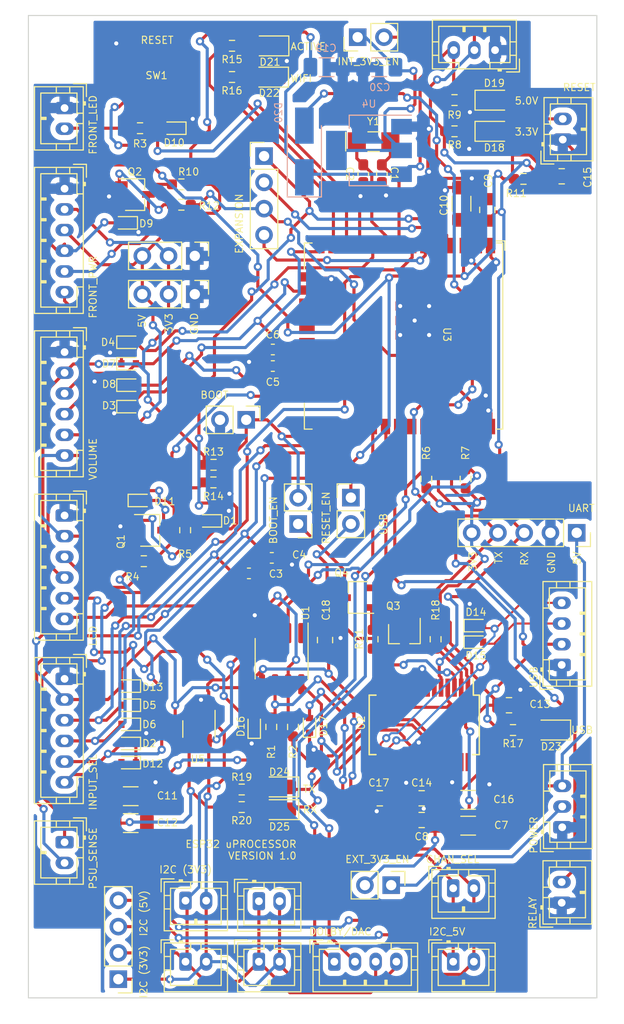
<source format=kicad_pcb>
(kicad_pcb (version 20211014) (generator pcbnew)
  (layers (0 "F.Cu" signal) (31 "B.Cu" signal) (34 "B.Paste" user) (35 "F.Paste" user) (36 "B.SilkS" user "B.Silkscreen") (37 "F.SilkS" user "F.Silkscreen") (38 "B.Mask" user) (39 "F.Mask" user) (44 "Edge.Cuts" user))
  (net 0 "")
  (net 1 "GND")
  (net 2 "3V3")
  (net 3 "SCL")
  (net 4 "SDA")
  (net 5 "DECODER_RESET")
  (net 6 "DECODER_IRQ")
  (net 7 "5V")
  (net 8 "SOFTSTART")
  (net 9 "SDA_5V")
  (net 10 "SCL_5V")
  (net 11 "Net-(J2-Pad2)")
  (net 12 "POWER_LED")
  (net 13 "POWER_BUTTON")
  (net 14 "ADC_PSU")
  (net 15 "BACKLIGHT")
  (net 16 "TO_BACKLIGHT")
  (net 17 "Net-(Q1-Pad1)")
  (net 18 "TO_POWER_LED")
  (net 19 "Net-(Q2-Pad1)")
  (net 20 "VOLUME_BUTTON")
  (net 21 "INPUT_BUTTON")
  (net 26 "RT_CLK_OUT")
  (net 27 "RT_CLK_IN")
  (net 38 "USBD+")
  (net 39 "USBD-")
  (net 40 "RX")
  (net 41 "TX")
  (net 45 "ENABLE")
  (net 46 "VOL_CH1")
  (net 47 "VOL_CH2")
  (net 48 "INPUT_CH1")
  (net 49 "INPUT_CH2")
  (net 50 "LED_ACTIVE")
  (net 51 "LED_CONNECTED")
  (net 52 "FRONT_LED")
  (net 53 "BOOT")
  (net 54 "Net-(D24-Pad2)")
  (net 55 "CBUS1")
  (net 56 "Net-(D18-Pad2)")
  (net 57 "CBUS0")
  (net 58 "Net-(D19-Pad2)")
  (net 59 "Net-(Q3-Pad1)")
  (net 60 "Net-(Q3-Pad2)")
  (net 61 "DTR")
  (net 62 "RTS")
  (net 63 "Net-(D21-Pad2)")
  (net 64 "Net-(D22-Pad2)")
  (net 65 "Net-(D23-Pad2)")
  (net 66 "VBUS")
  (net 67 "ADCIN_1")
  (net 68 "ADCIN_2")
  (net 69 "IO34")
  (net 70 "Net-(C17-Pad1)")
  (net 71 "Net-(D25-Pad2)")
  (net 72 "Net-(C20-Pad1)")
  (net 73 "3V3_IN")
  (net 74 "Net-(J29-Pad1)")
  (net 75 "FROM_POWER_LED")
  (net 76 "Net-(J27-Pad2)")
  (net 77 "FROM_BACKLIGHT")
  (footprint "Connector_JST:JST_PH_B6B-PH-K_1x06_P2.00mm_Vertical" (layer "F.Cu") (at 110.5 60.75 -90)
    (fp_text reference "J12" hide)
    (fp_text value "Conn_01x06_Male")
  )
  (footprint "Capacitor_SMD:C_1206_3216Metric_Pad1.33x1.80mm_HandSolder" (layer "F.Cu") (at 149.55 122.35)
    (fp_text reference "C7")
    (fp_text value "10U")
  )
  (footprint "Capacitor_SMD:C_0805_2012Metric_Pad1.18x1.45mm_HandSolder" (layer "F.Cu") (at 145.05 121.8)
    (fp_text reference "C8")
    (fp_text value "0.1U")
  )
  (footprint "Package_TO_SOT_SMD:TSOT-23" (layer "F.Cu") (at 117.3 61.3)
    (fp_text reference "Q2")
    (fp_text value "2N3055")
  )
  (footprint "Connector_PinHeader_2.54mm:PinHeader_1x02_P2.54mm_Vertical" (layer "F.Cu") (at 138.86 46.1 90)
    (fp_text reference "J28" hide)
    (fp_text value "Conn_01x02_Male" hide)
  )
  (footprint "Diode_SMD:D_SOD-523" (layer "F.Cu") (at 150.3 104.6)
    (fp_text reference "D15")
    (fp_text value "D_TVS")
  )
  (footprint "Resistor_SMD:R_0603_1608Metric_Pad0.98x0.95mm_HandSolder" (layer "F.Cu") (at 126.7 49.95)
    (fp_text reference "R16")
    (fp_text value "430R")
  )
  (footprint "Capacitor_SMD:C_0603_1608Metric_Pad1.08x0.95mm_HandSolder" (layer "F.Cu") (at 130.65 76.3)
    (fp_text reference "C6")
    (fp_text value "10N")
  )
  (footprint "Package_TO_SOT_SMD:TSOT-23" (layer "F.Cu") (at 138.9 100.3 180)
    (fp_text reference "Q4")
    (fp_text value "2N3055")
  )
  (footprint "Espressif:ESP32-WROOM-32UE" (layer "F.Cu") (at 143.3 75 -90)
    (fp_text reference "U3")
    (fp_text value "ESP32-WROOM-32")
  )
  (footprint "MountingHole:MountingHole_3.2mm_M3" (layer "F.Cu") (at 159.5 46.5)
    (fp_text reference "H1" hide)
    (fp_text value "MountingHole")
  )
  (footprint "Capacitor_SMD:C_0603_1608Metric_Pad1.08x0.95mm_HandSolder" (layer "F.Cu") (at 128.3375 97.95 180)
    (fp_text reference "C3")
    (fp_text value "10N")
  )
  (footprint "Capacitor_SMD:C_0805_2012Metric_Pad1.18x1.45mm_HandSolder" (layer "F.Cu") (at 153.5 110.7)
    (fp_text reference "C13")
    (fp_text value "0.1U")
  )
  (footprint "Resistor_SMD:R_0603_1608Metric_Pad0.98x0.95mm_HandSolder" (layer "F.Cu") (at 149.3 88.8125 90)
    (fp_text reference "R7")
    (fp_text value "10K")
  )
  (footprint "MountingHole:MountingHole_3.2mm_M3" (layer "F.Cu") (at 109.5 46.5)
    (fp_text reference "H2" hide)
    (fp_text value "MountingHole")
  )
  (footprint "Connector_JST:JST_PH_B6B-PH-K_1x06_P2.00mm_Vertical" (layer "F.Cu") (at 110.5 108.15 -90)
    (fp_text reference "J24" hide)
    (fp_text value "Conn_01x06_Male")
  )
  (footprint "Diode_SMD:D_SOD-523" (layer "F.Cu") (at 121.1 54.9 180)
    (fp_text reference "D10")
    (fp_text value "D_TVS")
  )
  (footprint "LED_SMD:LED_0805_2012Metric_Pad1.15x1.40mm_HandSolder" (layer "F.Cu") (at 131.3 118.6 180)
    (fp_text reference "D24")
    (fp_text value "YELLOW")
  )
  (footprint "Connector_JST:JST_PH_B2B-PH-K_1x02_P2.00mm_Vertical" (layer "F.Cu") (at 148.1 135.5)
    (fp_text reference "J9" hide)
    (fp_text value "Conn_01x02_Male")
  )
  (footprint "Resistor_SMD:R_0603_1608Metric_Pad0.98x0.95mm_HandSolder" (layer "F.Cu") (at 146.4 104.32 90)
    (fp_text reference "R18")
    (fp_text value "1K")
  )
  (footprint "Capacitor_SMD:C_0805_2012Metric_Pad1.18x1.45mm_HandSolder" (layer "F.Cu") (at 158.6 59.55 180)
    (fp_text reference "C15")
    (fp_text value "0.1U")
  )
  (footprint "LED_SMD:LED_0805_2012Metric_Pad1.15x1.40mm_HandSolder" (layer "F.Cu") (at 157.6 113.1 180)
    (fp_text reference "D23")
    (fp_text value "RED")
  )
  (footprint "Connector_JST:JST_PH_B2B-PH-K_1x02_P2.00mm_Vertical" (layer "F.Cu") (at 158.7 56 90)
    (fp_text reference "J16" hide)
    (fp_text value "Conn_01x02_Male")
  )
  (footprint "Diode_SMD:D_SOD-523" (layer "F.Cu") (at 116.7 75.6)
    (fp_text reference "D4")
    (fp_text value "D_TVS")
  )
  (footprint "Diode_SMD:D_SOD-523" (layer "F.Cu") (at 116.7 108.85 180)
    (fp_text reference "D13")
    (fp_text value "D_TVS")
  )
  (footprint "Capacitor_SMD:C_1206_3216Metric_Pad1.33x1.80mm_HandSolder" (layer "F.Cu") (at 148.9 62.2 90)
    (fp_text reference "C10")
    (fp_text value "10U")
  )
  (footprint "LED_SMD:LED_0805_2012Metric_Pad1.15x1.40mm_HandSolder" (layer "F.Cu") (at 130.3375 46.94 180)
    (fp_text reference "D21")
    (fp_text value "BLUE")
  )
  (footprint "Diode_SMD:D_SOD-523" (layer "F.Cu") (at 116.7 110.7 180)
    (fp_text reference "D5")
    (fp_text value "D_TVS")
  )
  (footprint "Connector_JST:JST_PH_B2B-PH-K_1x02_P2.00mm_Vertical" (layer "F.Cu") (at 110.5 123.95 -90)
    (fp_text reference "J20" hide)
    (fp_text value "Conn_01x02_Male")
  )
  (footprint "Resistor_SMD:R_0603_1608Metric_Pad0.98x0.95mm_HandSolder" (layer "F.Cu") (at 121.8 62.3 180)
    (fp_text reference "R12")
    (fp_text value "1K")
  )
  (footprint "Resistor_SMD:R_0603_1608Metric_Pad0.98x0.95mm_HandSolder" (layer "F.Cu") (at 121.8 60.33)
    (fp_text reference "R10")
    (fp_text value "700R")
  )
  (footprint "Diode_SMD:D_SOD-523" (layer "F.Cu") (at 116.7 116.25 180)
    (fp_text reference "D12")
    (fp_text value "D_TVS")
  )
  (footprint "Connector_JST:JST_PH_B2B-PH-K_1x02_P2.00mm_Vertical" (layer "F.Cu") (at 129.3 129.65)
    (fp_text reference "J14" hide)
    (fp_text value "Conn_01x02_Male")
  )
  (footprint "LED_SMD:LED_0805_2012Metric_Pad1.15x1.40mm_HandSolder" (layer "F.Cu") (at 152.075 52.19)
    (fp_text reference "D19")
    (fp_text value "ORANGE")
  )
  (footprint "Connector_PinHeader_2.54mm:PinHeader_1x02_P2.54mm_Vertical" (layer "F.Cu") (at 138.2 90.625)
    (fp_text reference "J27" hide)
    (fp_text value "Conn_01x02_Male")
  )
  (footprint "Resistor_SMD:R_0603_1608Metric_Pad0.98x0.95mm_HandSolder" (layer "F.Cu") (at 154.9 59.8 180)
    (fp_text reference "R11")
    (fp_text value "10K")
  )
  (footprint "Connector_PinHeader_2.54mm:PinHeader_1x03_P2.54mm_Vertical" (layer "F.Cu") (at 123.1 70.95 -90)
    (fp_text reference "J6" hide)
    (fp_text value "Conn_01x03_Male")
  )
  (footprint "Capacitor_SMD:C_0603_1608Metric_Pad1.08x0.95mm_HandSolder" (layer "F.Cu") (at 139.4 59.3 -90)
    (fp_text reference "C2")
    (fp_text value "10p")
  )
  (footprint "Capacitor_SMD:C_1206_3216Metric_Pad1.33x1.80mm_HandSolder" (layer "F.Cu") (at 116.9 122.1)
    (fp_text reference "C12")
    (fp_text value "10U")
  )
  (footprint "Resistor_SMD:R_0603_1608Metric_Pad0.98x0.95mm_HandSolder" (layer "F.Cu") (at 124.9 89.15)
    (fp_text reference "R14")
    (fp_text value "4.7K")
  )
  (footprint "Capacitor_SMD:C_0805_2012Metric_Pad1.18x1.45mm_HandSolder" (layer "F.Cu") (at 151.4 62.8 90)
    (fp_text reference "C9")
    (fp_text value "10N")
  )
  (footprint "Diode_SMD:D_SOD-523" (layer "F.Cu") (at 116.7 112.55 180)
    (fp_text reference "D6")
    (fp_text value "D_TVS")
  )
  (footprint "Resistor_SMD:R_0603_1608Metric_Pad0.98x0.95mm_HandSolder" (layer "F.Cu") (at 127.6375 118.85)
    (fp_text reference "R19")
    (fp_text value "430R")
  )
  (footprint "Connector_JST:JST_PH_B2B-PH-K_1x02_P2.00mm_Vertical" (layer "F.Cu") (at 158.6 129.8 90)
    (fp_text reference "J17" hide)
    (fp_text value "Conn_01x02_Male")
  )
  (footprint "Connector_PinHeader_2.54mm:PinHeader_1x04_P2.54mm_Vertical" (layer "F.Cu") (at 115.7 137.19 180)
    (fp_text reference "J22" hide)
    (fp_text value "Conn_01x04_Male")
  )
  (footprint "Resistor_SMD:R_0603_1608Metric_Pad0.98x0.95mm_HandSolder" (layer "F.Cu") (at 145.5 88.8125 90)
    (fp_text reference "R6")
    (fp_text value "10K")
  )
  (footprint "Resistor_SMD:R_0603_1608Metric_Pad0.98x0.95mm_HandSolder" (layer "F.Cu") (at 124.9125 87.45)
    (fp_text reference "R13")
    (fp_text value "4.7K")
  )
  (footprint "Resistor_SMD:R_0603_1608Metric_Pad0.98x0.95mm_HandSolder" (layer "F.Cu") (at 153.8875 113.1)
    (fp_text reference "R17")
    (fp_text value "1K")
  )
  (footprint "Diode_SMD:D_SOD-523" (layer "F.Cu") (at 150.3 103)
    (fp_text reference "D14")
    (fp_text value "D_TVS")
  )
  (footprint "Resistor_SMD:R_0603_1608Metric_Pad0.98x0.95mm_HandSolder" (layer "F.Cu") (at 140.3 104.32 90)
    (fp_text reference "R21")
    (fp_text value "1K")
  )
  (footprint "LED_SMD:LED_0805_2012Metric_Pad1.15x1.40mm_HandSolder" (layer "F.Cu") (at 130.3 49.96 180)
    (fp_text reference "D22")
    (fp_text value "YELLOW")
  )
  (footprint "Resistor_SMD:R_0603_1608Metric_Pad0.98x0.95mm_HandSolder" (layer "F.Cu") (at 126.7 46.93)
    (fp_text reference "R15")
    (fp_text value "100R")
  )
  (footprint "Diode_SMD:D_SOD-523" (layer "F.Cu") (at 134.2 112.65 90)
    (fp_text reference "D17")
    (fp_text value "D_TVS")
  )
  (footprint "Capacitor_SMD:C_1206_3216Metric_Pad1.33x1.80mm_HandSolder" (layer "F.Cu") (at 149.55 119.85)
    (fp_text reference "C16")
    (fp_text value "10U")
  )
  (footprint "Connector_JST:JST_PH_B4B-PH-K_1x04_P2.00mm_Vertical" (layer "F.Cu") (at 158.6 106.8 90)
    (fp_text reference "J23" hide)
    (fp_text value "Conn_01x04_Male")
  )
  (footprint "MountingHole:MountingHole_3.2mm_M3" (layer "F.Cu") (at 109.4 136.5)
    (fp_text reference "H4" hide)
    (fp_text value "MountingHole")
  )
  (footprint "Connector_PinHeader_2.54mm:PinHeader_1x04_P2.54mm_Vertical" (layer "F.Cu") (at 129.8 57.6)
    (fp_text reference "J26" hide)
    (fp_text value "Conn_01x04_Male")
  )
  (footprint "Resistor_SMD:R_0603_1608Metric_Pad0.98x0.95mm_HandSolder" (layer "F.Cu") (at 127.6375 120.55)
    (fp_text reference "R20")
    (fp_text value "100R")
  )
  (footprint "Connector_PinHeader_2.54mm:PinHeader_1x03_P2.54mm_Vertical" (layer "F.Cu") (at 123.1 67.25 -90)
    (fp_text reference "J4" hide)
    (fp_text value "Conn_01x03_Male")
  )
  (footprint "Diode_SMD:D_SOD-523" (layer "F.Cu") (at 116.4 64.05 180)
    (fp_text reference "D9")
    (fp_text value "D_TVS")
  )
  (footprint "Resistor_SMD:R_0603_1608Metric_Pad0.98x0.95mm_HandSolder" (layer "F.Cu") (at 130.5 112.8 90)
    (fp_text reference "R1")
    (fp_text value "10K")
  )
  (footprint "Connector_JST:JST_PH_B2B-PH-K_1x02_P2.00mm_Vertical" (layer "F.Cu") (at 148.1 128.4)
    (fp_text reference "J19" hide)
    (fp_text value "Conn_01x02_Male")
  )
  (footprint "Connector_JST:JST_PH_B3B-PH-K_1x03_P2.00mm_Vertical" (layer "F.Cu") (at 152.15 47.35 180)
    (fp_text reference "J5" hide)
    (fp_text value "Conn_01x03_Male")
  )
  (footprint "Package_TO_SOT_SMD:TSOT-23" (layer "F.Cu") (at 118.766958 93.772497)
    (fp_text reference "Q1")
    (fp_text value "2N3055")
  )
  (footprint "Connector_JST:JST_PH_B2B-PH-K_1x02_P2.00mm_Vertical" (layer "F.Cu") (at 122.2 135.5)
    (fp_text reference "J13" hide)
    (fp_text value "Conn_01x02_Male")
  )
  (footprint "Resistor_SMD:R_0603_1608Metric_Pad0.98x0.95mm_HandSolder" (layer "F.Cu") (at 122.166958 93.772497 -90)
    (fp_text reference "R5")
    (fp_text value "1K")
  )
  (footprint "Capacitor_SMD:C_0805_2012Metric_Pad1.18x1.45mm_HandSolder" (layer "F.Cu") (at 141 119.7 180)
    (fp_text reference "C17")
    (fp_text value "0.1U")
  )
  (footprint "Connector_PinSocket_2.54mm:PinSocket_1x05_P2.54mm_Vertical" (layer "F.Cu") (at 160.05 94.025 -90)
    (fp_text reference "J3" hide)
    (fp_text value "Conn_01x05_Male")
  )
  (footprint "Resistor_SMD:R_0603_1608Metric_Pad0.98x0.95mm_HandSolder" (layer "F.Cu") (at 117.8 54.9)
    (fp_text reference "R3")
    (fp_text value "300R")
  )
  (footprint "Capacitor_SMD:C_0805_2012Metric_Pad1.18x1.45mm_HandSolder" (layer "F.Cu") (at 135.7 104.4 90)
    (fp_text reference "C18")
    (fp_text value "10N")
  )
  (footprint "Diode_SMD:D_SOD-523" (layer "F.Cu") (at 117.8 90.9)
    (fp_text reference "D11")
    (fp_text value "D_TVS")
  )
  (footprint "Capacitor_SMD:C_1206_3216Metric_Pad1.33x1.80mm_HandSolder" (layer "F.Cu") (at 116.9 119.5)
    (fp_text reference "C11")
    (fp_text value "10U")
  )
  (footprint "Button_Switch_SMD:Button_4x4x1.5" (layer "F.Cu") (at 119.4 49.9)
    (fp_text reference "SW1")
    (fp_text value "SW_Push")
  )
  (footprint "Diode_SMD:D_SOD-523" (layer "F.Cu") (at 116.7 79.75)
    (fp_text reference "D8")
    (fp_text value "D_TVS")
  )
  (footprint "Capacitor_SMD:C_0603_1608Metric_Pad1.08x0.95mm_HandSolder" (layer "F.Cu") (at 130.65 77.9)
    (fp_text reference "C5")
    (fp_text value "10N")
  )
  (footprint "Connector_JST:JST_PH_B2B-PH-K_1x02_P2.00mm_Vertical" (layer "F.Cu") (at 129.3 135.5)
    (fp_text reference "J18" hide)
    (fp_text value "Conn_01x02_Male")
  )
  (footprint "Crystal:Crystal_SMD_EuroQuartz_EQ161-2Pin_3.2x1.5mm_HandSoldering" (layer "F.Cu") (at 140.4 56.2)
    (fp_text reference "Y1")
    (fp_text value "Crystal")
  )
  (footprint "Diode_SMD:D_SOD-523" (layer "F.Cu") (at 116.7 77.675)
    (fp_text reference "D7")
    (fp_text value "D_TVS")
  )
  (footprint "Connector_JST:JST_PH_B2B-PH-K_1x02_P2.00mm_Vertical" (layer "F.Cu") (at 122.2 129.6)
    (fp_text reference "J15" hide)
    (fp_text value "Conn_01x02_Male")
  )
  (footprint "Capacitor_SMD:C_0603_1608Metric_Pad1.08x0.95mm_HandSolder" (layer "F.Cu") (at 130.55 96.45 180)
    (fp_text reference "C4")
    (fp_text value "10N")
  )
  (footprint "Connector_JST:JST_PH_B6B-PH-K_1x06_P2.00mm_Vertical" (layer "F.Cu") (at 110.5 92.35 -90)
    (fp_text reference "J1" hide)
    (fp_text value "Conn_01x06_Male")
  )
  (footprint "Connector_JST:JST_PH_B3B-PH-K_1x03_P2.00mm_Vertical" (layer "F.Cu") (at 158.65 122.5 90)
    (fp_text reference "J7" hide)
    (fp_text value "Conn_01x03_Male")
  )
  (footprint "LED_SMD:LED_0805_2012Metric_Pad1.15x1.40mm_HandSolder" (layer "F.Cu") (at 131.3 120.8 180)
    (fp_text reference "D25")
    (fp_text value "BLUE")
  )
  (footprint "Package_TO_SOT_SMD:TSOT-23" (layer "F.Cu") (at 143.4 103.8 -90)
    (fp_text reference "Q3")
    (fp_text value "2N3055")
  )
  (footprint "Connector_PinHeader_2.54mm:PinHeader_1x02_P2.54mm_Vertical" (layer "F.Cu") (at 133.1 93.175 180)
    (fp_text reference "J29" hide)
    (fp_text value "Conn_01x02_Male")
  )
  (footprint "Resistor_SMD:R_0603_1608Metric_Pad0.98x0.95mm_HandSolder" (layer "F.Cu") (at 118.166958 96.772497 180)
    (fp_text reference "R4")
    (fp_text value "100R")
  )
  (footprint "Connector_PinHeader_2.54mm:PinHeader_1x02_P2.54mm_Vertical" (layer "F.Cu") (at 128.075 83.1 -90)
    (fp_text reference "J10" hide)
    (fp_text value "Conn_01x02_Male")
  )
  (footprint "Diode_SMD:D_SOD-523" (layer "F.Cu") (at 116.7 81.825)
    (fp_text reference "D3")
    (fp_text value "D_TVS")
  )
  (footprint "Diode_SMD:D_SOD-523" (layer "F.Cu") (at 124.55 92.875 180)
    (fp_text reference "D1")
    (fp_text value "D_TVS")
  )
  (footprint "Capacitor_SMD:C_0805_2012Metric_Pad1.18x1.45mm_HandSolder" (layer "F.Cu") (at 145.05 119.7)
    (fp_text reference "C14")
    (fp_text value "0.1U")
  )
  (footprint "Resistor_SMD:R_0603_1608Metric_Pad0.98x0.95mm_HandSolder" (layer "F.Cu") (at 148.2275 55.2)
    (fp_text reference "R8")
    (fp_text value "430R")
  )
  (footprint "LED_SMD:LED_0805_2012Metric_Pad1.15x1.40mm_HandSolder" (layer "F.Cu") (at 152.075 55.2)
    (fp_text reference "D18")
    (fp_text value "YELLOW")
  )
  (footprint "Connector_JST:JST_PH_B2B-PH-K_1x02_P2.00mm_Vertical" (layer "F.Cu") (at 110.5 52.95 -90)
    (fp_text reference "J2" hide)
    (fp_text value "Conn_01x02_Male")
  )
  (footprint "Resistor_SMD:R_0603_1608Metric_Pad0.98x0.95mm_HandSolder" (layer "F.Cu") (at 148.2275 52.18)
    (fp_text reference "R9")
    (fp_text value "1000R")
  )
  (footprint "Resistor_SMD:R_0603_1608Metric_Pad0.98x0.95mm_HandSolder" (layer "F.Cu") (at 132.6 112.8 90)
    (fp_text reference "R2")
    (fp_text value "10K")
  )
  (footprint "Package_SO:SOIC-8_3.9x4.9mm_P1.27mm" (layer "F.Cu") (at 131.5 106.2 -90)
    (fp_text reference "U1")
    (fp_text value "TCA9517DR")
  )
  (footprint "MountingHole:MountingHole_3.2mm_M3" (layer "F.Cu") (at 159.4 136.5)
    (fp_text reference "H3" hide)
    (fp_text value "MountingHole")
  )
  (footprint "Connector_JST:JST_PH_B6B-PH-K_1x06_P2.00mm_Vertical" (layer "F.Cu") (at 110.5 76.55 -90)
    (fp_text reference "J11" hide)
    (fp_text value "Conn_01x06_Male")
  )
  (footprint "Connector_JST:JST_PH_B4B-PH-K_1x04_P2.00mm_Vertical" (layer "F.Cu") (at 136.6 135.5)
    (fp_text reference "J25" hide)
    (fp_text value "Conn_01x04_Male")
  )
  (footprint "Package_SO:SSOP-28_5.3x10.2mm_P0.65mm" (layer "F.Cu") (at 145.3 112.6 -90)
    (fp_text reference "U2")
    (fp_text value "FT232RL")
  )
  (footprint "Diode_SMD:D_SOD-523" (layer "F.Cu") (at 116.7 114.4 180)
    (fp_text reference "D2")
    (fp_text value "D_TVS")
  )
  (footprint "Capacitor_SMD:C_0603_1608Metric_Pad1.08x0.95mm_HandSolder" (layer "F.Cu") (at 141.2 59.3 -90)
    (fp_text reference "C1")
    (fp_text value "10p")
  )
  (footprint "Diode_SMD:D_SOD-523" (layer "F.Cu") (at 128.85 112.75 90)
    (fp_text reference "D16")
    (fp_text value "D_TVS")
  )
  (footprint "Connector_PinHeader_2.54mm:PinHeader_1x02_P2.54mm_Vertical" (layer "F.Cu") (at 142.1 128.1 -90)
    (fp_text reference "J8" hide)
    (fp_text value "Conn_01x02_Male")
  )
  (footprint "Package_TO_SOT_SMD:SOT-23-6" (layer "F.Cu") (at 123.5 113 -90)
    (fp_text reference "U5")
    (fp_text value "TMP100")
  )
  (footprint "Package_TO_SOT_SMD:SOT-223-3_TabPin2" (layer "B.Cu") (at 139.95 57.05 180)
    (fp_text reference "U4")
    (fp_text value "AMS1117-3.3")
  )
  (footprint "Capacitor_SMD:C_1206_3216Metric_Pad1.33x1.80mm_HandSolder" (layer "B.Cu") (at 140.95 49 180)
    (fp_text reference "C20")
    (fp_text value "10U")
  )
  (footprint "Capacitor_SMD:C_1206_3216Metric_Pad1.33x1.80mm_HandSolder" (layer "B.Cu") (at 135.85 49)
    (fp_text reference "C19")
    (fp_text value "10U")
  )
  (footprint "Diode_SMD:D_SMA_Handsoldering" (layer "B.Cu") (at 133.7 57.15 90)
    (fp_text reference "D20")
    (fp_text value "D_Schottky")
  )
  (gr_line (start 162 139) (end 107 139) (layer "Edge.Cuts") (width 0.1))
  (gr_line (start 162 44) (end 107 44) (layer "Edge.Cuts") (width 0.1))
  (gr_line (start 107 139) (end 107 44) (layer "Edge.Cuts") (width 0.1))
  (gr_line (start 162 139) (end 162 44) (layer "Edge.Cuts") (width 0.1))
  (gr_text "GND" (at 157.6 98.033333 90) (layer "F.SilkS") (effects (font (size 0.7 0.7) (thickness 0.1)) (justify left)))
  (gr_text "BOOT_EN" (at 130.7 95.175 90) (layer "F.SilkS") (effects (font (size 0.7 0.7) (thickness 0.1)) (justify left)))
  (gr_text "TX\n" (at 133.5 118.8) (layer "F.SilkS") (effects (font (size 0.7 0.7) (thickness 0.1)) (justify left)))
  (gr_text "RESET" (at 158.65 50.95) (layer "F.SilkS") (effects (font (size 0.7 0.7) (thickness 0.1)) (justify left)))
  (gr_text "INT_3V3_EN" (at 136.85 48.45) (layer "F.SilkS") (effects (font (size 0.7 0.7) (thickness 0.1)) (justify left)))
  (gr_text "INPUT_SEL" (at 113.25 115.35 90) (layer "F.SilkS") (effects (font (size 0.7 0.7) (thickness 0.1)) (justify right)))
  (gr_text "GND\n" (at 123.05 74.95 90) (layer "F.SilkS") (effects (font (size 0.7 0.7) (thickness 0.1)) (justify left)))
  (gr_text "3V3" (at 120.6 74.8 90) (layer "F.SilkS") (effects (font (size 0.7 0.7) (thickness 0.1)) (justify left)))
  (gr_text "I2C_5V" (at 145.7 132.6) (layer "F.SilkS") (effects (font (size 0.7 0.7) (thickness 0.1)) (justify left)))
  (gr_text "BOOT" (at 123.585 80.7) (layer "F.SilkS") (effects (font (size 0.7 0.7) (thickness 0.1)) (justify left)))
  (gr_text "USB" (at 155.9 109.1 90) (layer "F.SilkS") (effects (font (size 0.7 0.7) (thickness 0.1)) (justify left)))
  (gr_text "3V3" (at 150 97.833333 90) (layer "F.SilkS") (effects (font (size 0.7 0.7) (thickness 0.1)) (justify left)))
  (gr_text "RESET" (at 117.804446 46.382729) (layer "F.SilkS") (effects (font (size 0.7 0.7) (thickness 0.1)) (justify left)))
  (gr_text "5.0V" (at 154 52.25) (layer "F.SilkS") (effects (font (size 0.7 0.7) (thickness 0.1)) (justify left)))
  (gr_text "UART" (at 159.15 91.65) (layer "F.SilkS") (effects (font (size 0.7 0.7) (thickness 0.1)) (justify left)))
  (gr_text "DOLBY/DAC" (at 134.1 132.6) (layer "F.SilkS") (effects (font (size 0.7 0.7) (thickness 0.1)) (justify left)))
  (gr_text "TX" (at 152.5 97.1 90) (layer "F.SilkS") (effects (font (size 0.7 0.7) (thickness 0.1)) (justify left)))
  (gr_text "LCD\n" (at 113.25 102.95 90) (layer "F.SilkS") (effects (font (size 0.7 0.7) (thickness 0.1)) (justify right)))
  (gr_text "PSU_SENSE" (at 113.25 128.55 90) (layer "F.SilkS") (effects (font (size 0.7 0.7) (thickness 0.1)) (justify left)))
  (gr_text "POWER" (at 155.9 125.1 90) (layer "F.SilkS") (effects (font (size 0.7 0.7) (thickness 0.1)) (justify left)))
  (gr_text "WIFI" (at 132.3 50.1) (layer "F.SilkS") (effects (font (size 0.7 0.7) (thickness 0.1)) (justify left)))
  (gr_text "RX\n" (at 133.5 120.8) (layer "F.SilkS") (effects (font (size 0.7 0.7) (thickness 0.1)) (justify left)))
  (gr_text "RESET_EN" (at 135.8 95.175 90) (layer "F.SilkS") (effects (font (size 0.7 0.7) (thickness 0.1)) (justify left)))
  (gr_text "RX" (at 155 97.266667 90) (layer "F.SilkS") (effects (font (size 0.7 0.7) (thickness 0.1)) (justify left)))
  (gr_text "VOLUME" (at 113.25 89 90) (layer "F.SilkS") (effects (font (size 0.7 0.7) (thickness 0.1)) (justify left)))
  (gr_text "ACTIVE" (at 132.3 47) (layer "F.SilkS") (effects (font (size 0.7 0.7) (thickness 0.1)) (justify left)))
  (gr_text "EXPANSION" (at 127.4 67.1 90) (layer "F.SilkS") (effects (font (size 0.7 0.7) (thickness 0.1)) (justify left)))
  (gr_text "RELAY\n" (at 155.8 132.4 90) (layer "F.SilkS") (effects (font (size 0.7 0.7) (thickness 0.1)) (justify left)))
  (gr_text "USB" (at 141.35 94.3 90) (layer "F.SilkS") (effects (font (size 0.7 0.7) (thickness 0.1)) (justify left)))
  (gr_text "I2C (3V3)" (at 119.6 126.6) (layer "F.SilkS") (effects (font (size 0.7 0.7) (thickness 0.1)) (justify left)))
  (gr_text "FRONT_PWR\n" (at 113.25 73.35 90) (layer "F.SilkS") (effects (font (size 0.7 0.7) (thickness 0.1)) (justify left)))
  (gr_text "5V" (at 160.1 97.166667 90) (layer "F.SilkS") (effects (font (size 0.7 0.7) (thickness 0.1)) (justify left)))
  (gr_text "CHAN_SEL" (at 145.4 125.6) (layer "F.SilkS") (effects (font (size 0.7 0.7) (thickness 0.1)) (justify left)))
  (gr_text "I2C (5V)" (at 118.15 133.1 90) (layer "F.SilkS") (effects (font (size 0.7 0.7) (thickness 0.1)) (justify left)))
  (gr_text "FRONT_LED" (at 113.25 57.5 90) (layer "F.SilkS") (effects (font (size 0.7 0.7) (thickness 0.1)) (justify left)))
  (gr_text "ESP32 uPROCESSOR\nVERSION 1.0" (at 133 124.7) (layer "F.SilkS") (effects (font (size 0.7 0.7) (thickness 0.1)) (justify right)))
  (gr_text "3.3V" (at 154 55.25) (layer "F.SilkS") (effects (font (size 0.7 0.7) (thickness 0.1)) (justify left)))
  (gr_text "I2C (3V3)" (at 118.15 139.1 90) (layer "F.SilkS") (effects (font (size 0.7 0.7) (thickness 0.1)) (justify left)))
  (gr_text "EXT_3V3_EN" (at 137.6 125.6) (layer "F.SilkS") (effects (font (size 0.7 0.7) (thickness 0.1)) (justify left)))
  (gr_text "5V" (at 118 74.25 90) (layer "F.SilkS") (effects (font (size 0.7 0.7) (thickness 0.1)) (justify left)))
  (gr_text "USB" (at 159.46 113.1) (layer "F.SilkS") (effects (font (size 0.7 0.7) (thickness 0.1)) (justify left)))
  (segment (start 128.85 114.15) (end 128.6 114.4) (width 0.3) (layer "F.Cu") (net 1))
  (segment (start 149.9 59.75) (end 146.402073 59.75) (width 0.3) (layer "F.Cu") (net 1))
  (segment (start 147.5625 60.6375) (end 147.3 60.9) (width 0.3) (layer "F.Cu") (net 1))
  (segment (start 145.2875 120.7375) (end 145.25 120.7) (width 0.3) (layer "F.Cu") (net 1))
  (segment (start 149.6 101) (end 149.7 100.9) (width 0.3) (layer "F.Cu") (net 1))
  (segment (start 135.7 103.3625) (end 136.3625 103.3625) (width 0.3) (layer "F.Cu") (net 1))
  (segment (start 148.225 116.2) (end 148.225 117.925) (width 0.3) (layer "F.Cu") (net 1))
  (segment (start 146.0875 119.7) (end 146.0875 120.7375) (width 0.3) (layer "F.Cu") (net 1))
  (segment (start 117.1 64.05) (end 117.1 64.4) (width 0.3) (layer "F.Cu") (net 1))
  (segment (start 117.4 114.4) (end 117.4 116.25) (width 0.3) (layer "F.Cu") (net 1))
  (segment (start 131.0375 47.4375) (end 132 48.4) (width 0.3) (layer "F.Cu") (net 1))
  (segment (start 143.025 116.2) (end 143.025 117.675) (width 0.3) (layer "F.Cu") (net 1))
  (segment (start 154.5375 109.2625) (end 154.6 109.2) (width 0.3) (layer "F.Cu") (net 1))
  (segment (start 151.1125 119.85) (end 151.1125 118.8375) (width 0.3) (layer "F.Cu") (net 1))
  (segment (start 145.7495 56.7005) (end 145.65 56.8) (width 0.3) (layer "F.Cu") (net 1))
  (segment (start 149.6 104.6) (end 149.6 103) (width 0.3) (layer "F.Cu") (net 1))
  (segment (start 118.4625 122.1) (end 118.4625 119.5) (width 0.3) (layer "F.Cu") (net 1))
  (segment (start 142.97 73.5) (end 144.37 73.5) (width 0.3) (layer "F.Cu") (net 1))
  (segment (start 142.97 74.9) (end 144.37 74.9) (width 0.3) (layer "F.Cu") (net 1))
  (segment (start 116.7 47.9) (end 115.5 46.7) (width 0.3) (layer "F.Cu") (net 1))
  (segment (start 129.7875 77.9) (end 129.3875 77.5) (width 0.3) (layer "F.Cu") (net 1))
  (segment (start 118.4625 118.987) (end 119.3 118.1495) (width 0.3) (layer "F.Cu") (net 1))
  (segment (start 159.6375 59.55) (end 159.6375 56.9375) (width 0.3) (layer "F.Cu") (net 1))
  (segment (start 146.0875 120.7375) (end 146.0875 121.8) (width 0.3) (layer "F.Cu") (net 1))
  (segment (start 113.75 79.75) (end 113.4 79.4) (width 0.3) (layer "F.Cu") (net 1))
  (segment (start 117.4 108.85) (end 117.4 110.7) (width 0.3) (layer "F.Cu") (net 1))
  (segment (start 150.025 61.7625) (end 148.9 60.6375) (width 0.3) (layer "F.Cu") (net 1))
  (segment (start 117.1 90.9) (end 115.9 92.1) (width 0.3) (layer "F.Cu") (net 1))
  (segment (start 125.8125 89.6125) (end 126.45 90.25) (width 0.3) (layer "F.Cu") (net 1))
  (segment (start 151.1125 122.35) (end 151.1125 119.85) (width 0.3) (layer "F.Cu") (net 1))
  (segment (start 143.025 117.675) (end 143.55 118.2) (width 0.3) (layer "F.Cu") (net 1))
  (segment (start 129.595 102.695) (end 128.9 102) (width 0.3) (layer "F.Cu") (net 1))
  (segment (start 142.97 72.1) (end 142.97 73.5) (width 0.3) (layer "F.Cu") (net 1))
  (segment (start 115.938 81.825) (end 115.3 82.463) (width 0.3) (layer "F.Cu") (net 1))
  (segment (start 125.8125 89.15) (end 125.8125 89.6125) (width 0.3) (layer "F.Cu") (net 1))
  (segment (start 151.75 83.85) (end 151.75 82.45) (width 0.3) (layer "F.Cu") (net 1))
  (segment (start 136.19 69.39) (end 136.3 69.5) (width 0.3) (layer "F.Cu") (net 1))
  (segment (start 123.5 111.8625) (end 123.5 110.373455) (width 0.3) (layer "F.Cu") (net 1))
  (segment (start 149.6 103) (end 149.6 101) (width 0.3) (layer "F.Cu") (net 1))
  (segment (start 151.25 80.75) (end 151.25 69.1) (width 0.3) (layer "F.Cu") (net 1))
  (segment (start 145.65 58.997927) (end 145.760517 59.108444) (width 0.3) (layer "F.Cu") (net 1))
  (segment (start 129.2 97.95) (end 129.9125 97.95) (width 0.3) (layer "F.Cu") (net 1))
  (segment (start 151.25 69.1) (end 149.85 67.7) (width 0.3) (layer "F.Cu") (net 1))
  (segment (start 144.975 114.515045) (end 144.766745 114.30679) (width 0.3) (layer "F.Cu") (net 1))
  (segment (start 125.25 92.875) (end 125.425 92.875) (width 0.3) (layer "F.Cu") (net 1))
  (segment (start 123.5 111.8625) (end 122.55 111.8625) (width 0.3) (layer "F.Cu") (net 1))
  (segment (start 141.2 60.1625) (end 141.2 61) (width 0.3) (layer "F.Cu") (net 1))
  (segment (start 117.4 110.7) (end 117.4 112.55) (width 0.3) (layer "F.Cu") (net 1))
  (segment (start 129.9125 97.95) (end 131.4125 96.45) (width 0.3) (layer "F.Cu") (net 1))
  (segment (start 145.77 73.5) (end 145.77 74.9) (width 0.3) (layer "F.Cu") (net 1))
  (segment (start 145.625 109) (end 145.625 107.725) (width 0.3) (layer "F.Cu") (net 1))
  (segment (start 146.0875 120.7375) (end 145.2875 120.7375) (width 0.3) (layer "F.Cu") (net 1))
  (segment (start 154.5375 110.7) (end 154.5375 109.2625) (width 0.3) (layer "F.Cu") (net 1))
  (segment (start 150.918 52.15) (end 149.718 53.35) (width 0.3) (layer "F.Cu") (net 1))
  (segment (start 144.37 73.5) (end 145.77 73.5) (width 0.3) (layer "F.Cu") (net 1))
  (segment (start 144.37 74.9) (end 145.77 74.9) (width 0.3) (layer "F.Cu") (net 1))
  (segment (start 151.75 82.45) (end 151.5 82.2) (width 0.3) (layer "F.Cu") (net 1))
  (segment (start 155.5375 111.4) (end 154.77 110.6325) (width 0.3) (layer "F.Cu") (net 1))
  (segment (start 145.7495 54.961399) (end 145.7495 56.7005) (width 0.3) (layer "F.Cu") (net 1))
  (segment (start 123.5 111.8625) (end 123.5 114.1375) (width 0.3) (layer "F.Cu") (net 1))
  (segment (start 131 49.4) (end 132 48.4) (width 0.3) (layer "F.Cu") (net 1))
  (segment (start 151.4 61.7625) (end 150.025 61.7625) (width 0.3) (layer "F.Cu") (net 1))
  (segment (start 115.7 76.6) (end 114.9 76.6) (width 0.3) (layer "F.Cu") (net 1))
  (segment (start 116 76.3) (end 115.7 76.6) (width 0.3) (layer "F.Cu") (net 1))
  (segment (start 116 79.75) (end 113.75 79.75) (width 0.3) (layer "F.Cu") (net 1))
  (segment (start 134.2 114.6) (end 134.6 115) (width 0.3) (layer "F.Cu") (net 1))
  (segment (start 136.3625 103.3625) (end 137.2 104.2) (width 0.3) (layer "F.Cu") (net 1))
  (segment (start 116.9 47.9) (end 121.9 47.9) (width 0.3) (layer "F.Cu") (net 1))
  (segment (start 117.1 64.4) (end 117.65 64.95) (width 0.3) (layer "F.Cu") (net 1))
  (segment (start 158.2375 112.7125) (end 156.925 111.4) (width 0.3) (layer "F.Cu") (net 1))
  (segment (start 145.77 72.1) (end 144.37 72.1) (width 0.3) (layer "F.Cu") (net 1))
  (segment (start 139.4 60.1625) (end 139.4 61.2) (width 0.3) (layer "F.Cu") (net 1))
  (segment (start 117.55 112.55) (end 118.4 113.4) (width 0.3) (layer "F.Cu") (net 1))
  (segment (start 121.8 54.9) (end 122 54.9) (width 0.3) (layer "F.Cu") (net 1))
  (segment (start 145.65 56.8) (end 145.65 58.997927) (width 0.3) (layer "F.Cu") (net 1))
  (segment (start 129.595 103.725) (end 129.595 102.695) (width 0.3) (layer "F.Cu") (net 1))
  (segment (start 131.85 96.45) (end 132.5 97.1) (width 0.3) (layer "F.Cu") (net 1))
  (segment (start 159.6375 56.9375) (end 158.7 56) (width 0.3) (layer "F.Cu") (net 1))
  (segment (start 148.9 60.6375) (end 147.5625 60.6375) (width 0.3) (layer "F.Cu") (net 1))
  (segment (start 151.1125 118.8375) (end 151.6 118.35) (width 0.3) (layer "F.Cu") (net 1))
  (segment (start 122 54.9) (end 122.9 54) (width 0.3) (layer "F.Cu") (net 1))
  (segment (start 117.222497 94.722497) (end 115.9 93.4) (width 0.3) (layer "F.Cu") (net 1))
  (segment (start 144.975 116.2) (end 144.975 114.515045) (width 0.3) (layer "F.Cu") (net 1))
  (segment (start 139.9625 120.2125) (end 140.7 120.95) (width 0.3) (layer "F.Cu") (net 1))
  (segment (start 129.7875 76.3) (end 129.7875 77.9) (width 0.3) (layer "F.Cu") (net 1))
  (segment (start 129.3875 77.5) (end 128.35 77.5) (width 0.3) (layer "F.Cu") (net 1))
  (segment (start 146.402073 59.75) (end 145.760517 59.108444) (width 0.3) (layer "F.Cu") (net 1))
  (segment (start 151.75 67.370369) (end 152.2505 67.870869) (width 0.3) (layer "F.Cu") (net 1))
  (segment (start 139.4 61.2) (end 139.129977 61.470023) (width 0.3) (layer "F.Cu") (net 1))
  (segment (start 144.37 72.1) (end 142.97 72.1) (width 0.3) (layer "F.Cu") (net 1))
  (segment (start 131 49.96) (end 131 49.4) (width 0.3) (layer "F.Cu") (net 1))
  (segment (start 150.8775 55.25) (end 150.8775 55.6725) (width 0.3) (layer "F.Cu") (net 1))
  (segment (start 150.8775 55.6725) (end 149.65 56.9) (width 0.3) (layer "F.Cu") (net 1))
  (segment (start 151.75 66.35) (end 151.75 67.370369) (width 0.3) (layer "F.Cu") (net 1))
  (segment (start 131.0375 46.94) (end 131.0375 47.4375) (width 0.3) (layer "F.Cu") (net 1))
  (segment (start 147.575 116.2) (end 148.225 116.2) (width 0.3) (layer "F.Cu") (net 1))
  (segment (start 156.925 111.4) (end 155.5375 111.4) (width 0.3) (layer "F.Cu") (net 1))
  (segment (start 116 75.6) (end 116 76.3) (width 0.3) (layer "F.Cu") (net 1))
  (segment (start 116 76.3) (end 116 77.675) (width 0.3) (layer "F.Cu") (net 1))
  (segment (start 123.5 110.373455) (end 123.7005 110.172955) (width 0.3) (layer "F.Cu") (net 1))
  (segment (start 125.425 92.875) (end 126.4 91.9) (width 0.3) (layer "F.Cu") (net 1))
  (segment (start 115.9 92.1) (end 115.9 93.4) (width 0.3) (layer "F.Cu") (net 1))
  (segment (start 131.4125 96.45) (end 131.85 96.45) (width 0.3) (layer "F.Cu") (net 1))
  (segment (start 117.4 112.55) (end 117.4 114.4) (width 0.3) (layer "F.Cu") (net 1))
  (segment (start 141.2 61) (end 141.6 61.4) (width 0.3) (layer "F.Cu") (net 1))
  (segment (start 158.2375 113.1) (end 158.2375 112.7125) (width 0.3) (layer "F.Cu") (net 1))
  (segment (start 148.225 117.925) (end 148 118.15) (width 0.3) (layer "F.Cu") (net 1))
  (segment (start 145.625 107.725) (end 145.1 107.2) (width 0.3) (layer "F.Cu") (net 1))
  (segment (start 128.85 113.45) (end 128.85 114.15) (width 0.3) (layer "F.Cu") (net 1))
  (segment (start 115.55 62.25) (end 114.8 61.5) (width 0.3) (layer "F.Cu") (net 1))
  (segment (start 134.2 113.35) (end 134.2 114.6) (width 0.3) (layer "F.Cu") (net 1))
  (segment (start 133.99 69.39) (end 136.19 69.39) (width 0.3) (layer "F.Cu") (net 1))
  (via (at 132.5 97.1) (size 0.8) (drill 0.4) (layers "F.Cu" "B.Cu") (net 1))
  (via (at 118.4 113.4) (size 0.8) (drill 0.4) (layers "F.Cu" "B.Cu") (net 1))
  (via (at 139.129977 61.470023) (size 0.8) (drill 0.4) (layers "F.Cu" "B.Cu") (net 1))
  (via (at 145.760517 59.108444) (size 0.8) (drill 0.4) (layers "F.Cu" "B.Cu") (net 1))
  (via (at 126.45 90.25) (size 0.8) (drill 0.4) (layers "F.Cu" "B.Cu") (net 1))
  (via (at 145.1 107.2) (size 0.8) (drill 0.4) (layers "F.Cu" "B.Cu") (net 1))
  (via (at 122.9 54) (size 0.8) (drill 0.4) (layers "F.Cu" "B.Cu") (net 1))
  (via (at 142.97 74.9) (size 0.8) (drill 0.4) (layers "F.Cu" "B.Cu") (net 1))
  (via (at 152.2505 67.870869) (size 0.8) (drill 0.4) (layers "F.Cu" "B.Cu") (net 1))
  (via (at 145.77 74.9) (size 0.8) (drill 0.4) (layers "F.Cu" "B.Cu") (net 1))
  (via (at 126.4 91.9) (size 0.8) (drill 0.4) (layers "F.Cu" "B.Cu") (net 1))
  (via (at 137.2 104.2) (size 0.8) (drill 0.4) (layers "F.Cu" "B.Cu") (net 1))
  (via (at 144.766745 114.30679) (size 0.8) (drill 0.4) (layers "F.Cu" "B.Cu") (net 1))
  (via (at 128.35 77.5) (size 0.8) (drill 0.4) (layers "F.Cu" "B.Cu") (net 1))
  (via (at 115.9 93.4) (size 0.8) (drill 0.4) (layers "F.Cu" "B.Cu") (net 1))
  (via (at 119.3 118.1495) (size 0.8) (drill 0.4) (layers "F.Cu" "B.Cu") (net 1))
  (via (at 113.4 79.4) (size 0.8) (drill 0.4) (layers "F.Cu" "B.Cu") (net 1))
  (via (at 142.97 72.1) (size 0.8) (drill 0.4) (layers "F.Cu" "B.Cu") (net 1))
  (via (at 148 118.15) (size 0.8) (drill 0.4) (layers "F.Cu" "B.Cu") (net 1))
  (via (at 136.3 69.5) (size 0.8) (drill 0.4) (layers "F.Cu" "B.Cu") (net 1))
  (via (at 149.7 100.9) (size 0.8) (drill 0.4) (layers "F.Cu" "B.Cu") (net 1))
  (via (at 149.718 53.35) (size 0.8) (drill 0.4) (layers "F.Cu" "B.Cu") (net 1))
  (via (at 145.7495 54.961399) (size 0.8) (drill 0.4) (layers "F.Cu" "B.Cu") (net 1))
  (via (at 151.25 80.75) (size 0.8) (drill 0.4) (layers "F.Cu" "B.Cu") (net 1))
  (via (at 154.6 109.2) (size 0.8) (drill 0.4) (layers "F.Cu" "B.Cu") (net 1))
  (via (at 132 48.4) (size 0.8) (drill 0.4) (layers "F.Cu" "B.Cu") (net 1))
  (via (at 145.77 72.1) (size 0.8) (drill 0.4) (layers "F.Cu" "B.Cu") (net 1))
  (via (at 147.3 60.9) (size 0.8) (drill 0.4) (layers "F.Cu" "B.Cu") (net 1))
  (via (at 145.25 120.7) (size 0.8) (drill 0.4) (layers "F.Cu" "B.Cu") (net 1))
  (via (at 149.65 56.9) (size 0.8) (drill 0.4) (layers "F.Cu" "B.Cu") (net 1))
  (via (at 151.6 118.35) (size 0.8) (drill 0.4) (layers "F.Cu" "B.Cu") (net 1))
  (via (at 114.8 61.5) (size 0.8) (drill 0.4) (layers "F.Cu" "B.Cu") (net 1))
  (via (at 144.37 73.5) (size 0.8) (drill 0.4) (layers "F.Cu" "B.Cu") (net 1))
  (via (at 151.5 82.2) (size 0.8) (drill 0.4) (layers "F.Cu" "B.Cu") (net 1))
  (via (at 115.3 82.463) (size 0.8) (drill 0.4) (layers "F.Cu" "B.Cu") (net 1))
  (via (at 141.6 61.4) (size 0.8) (drill 0.4) (layers "F.Cu" "B.Cu") (net 1))
  (via (at 149.85 67.7) (size 0.8) (drill 0.4) (layers "F.Cu" "B.Cu") (net 1))
  (via (at 128.6 114.4) (size 0.8) (drill 0.4) (layers "F.Cu" "B.Cu") (net 1))
  (via (at 123.7005 110.172955) (size 0.8) (drill 0.4) (layers "F.Cu" "B.Cu") (net 1))
  (via (at 149.9 59.75) (size 0.8) (drill 0.4) (layers "F.Cu" "B.Cu") (net 1))
  (via (at 140.7 120.95) (size 0.8) (drill 0.4) (layers "F.Cu" "B.Cu") (net 1))
  (via (at 114.9 76.6) (size 0.8) (drill 0.4) (layers "F.Cu" "B.Cu") (net 1))
  (via (at 143.55 118.2) (size 0.8) (drill 0.4) (layers "F.Cu" "B.Cu") (net 1))
  (via (at 134.6 115) (size 0.8) (drill 0.4) (layers "F.Cu" "B.Cu") (net 1))
  (via (at 115.5 46.7) (size 0.8) (drill 0.4) (layers "F.Cu" "B.Cu") (net 1))
  (via (at 128.9 102) (size 0.8) (drill 0.4) (layers "F.Cu" "B.Cu") (net 1))
  (via (at 117.65 64.95) (size 0.8) (drill 0.4) (layers "F.Cu" "B.Cu") (net 1))
  (segment (start 149.85 59.8) (end 149.9 59.75) (width 0.3) (layer "B.Cu") (net 1))
  (segment (start 145.538101 54.75) (end 145.7495 54.961399) (width 0.3) (layer "B.Cu") (net 1))
  (segment (start 143.1 54.75) (end 145.538101 54.75) (width 0.3) (layer "B.Cu") (net 1))
  (segment (start 149.85 67.7) (end 149.85 59.8) (width 0.3) (layer "B.Cu") (net 1))
  (segment (start 150.48 64.7575) (end 151.4 63.8375) (width 0.3) (layer "F.Cu") (net 2))
  (segment (start 147.85 110.55) (end 147.575 110.275) (width 0.3) (layer "F.Cu") (net 2))
  (segment (start 148.9 63.7625) (end 151.325 63.7625) (width 0.3) (layer "F.Cu") (net 2))
  (segment (start 145.9 53.785) (end 145.9 50.85) (width 0.3) (layer "F.Cu") (net 2))
  (segment (start 147.813811 104.699501) (end 147.813811 102.708914) (width 0.3) (layer "F.Cu") (net 2))
  (segment (start 129.7 107.2) (end 127.9 109) (width 0.3) (layer "F.Cu") (net 2))
  (segment (start 116.7 122.1) (end 116.8 122) (width 0.3) (layer "F.Cu") (net 2))
  (segment (start 147.4625 122.875) (end 146.225 122.875) (width 0.3) (layer "F.Cu") (net 2))
  (segment (start 136.05 107.65) (end 139.3 110.9) (width 0.3) (layer "F.Cu") (net 2))
  (segment (start 151.3 110.7) (end 150.6 111.4) (width 0.3) (layer "F.Cu") (net 2))
  (segment (start 122.55 118.802412) (end 122.55 114.1375) (width 0.3) (layer "F.Cu") (net 2))
  (segment (start 146.8505 100.802908) (end 146.8505 99.889546) (width 0.3) (layer "F.Cu") (net 2))
  (segment (start 155.8125 58.859955) (end 155.203451 58.250906) (width 0.3) (layer "F.Cu") (net 2))
  (segment (start 111.35 77.7) (end 110.5 78.55) (width 0.3) (layer "F.Cu") (net 2))
  (segment (start 152.6 90.7) (end 150.8 90.7) (width 0.3) (layer "F.Cu") (net 2))
  (segment (start 129.595 108.675) (end 129.595 107.305) (width 0.3) (layer "F.Cu") (net 2))
  (segment (start 145.0875 122.875) (end 144.0125 121.8) (width 0.3) (layer "F.Cu") (net 2))
  (segment (start 149.3 112.8) (end 149.3 111.4) (width 0.3) (layer "F.Cu") (net 2))
  (segment (start 139.3 110.9) (end 147.5 110.9) (width 0.3) (layer "F.Cu") (net 2))
  (segment (start 108.4 103.85) (end 107.75 104.5) (width 0.3) (layer "F.Cu") (net 2))
  (segment (start 149.3 111.4) (end 148.7 111.4) (width 0.3) (layer "F.Cu") (net 2))
  (segment (start 147.5 110.9) (end 147.85 110.55) (width 0.3) (layer "F.Cu") (net 2))
  (segment (start 124 86.6) (end 118.55 81.15) (width 0.3) (layer "F.Cu") (net 2))
  (segment (start 147.9875 122.35) (end 147.4625 122.875) (width 0.3) (layer "F.Cu") (net 2))
  (segment (start 144.1 44.95) (end 149.3 44.95) (width 0.3) (layer "F.Cu") (net 2))
  (segment (start 114.7 110.15) (end 110.55 110.15) (width 0.3) (layer "F.Cu") (net 2))
  (segment (start 108.4 80.65) (end 108.4 103.85) (width 0.3) (layer "F.Cu") (net 2))
  (segment (start 146.751554 100.901854) (end 146.8505 100.802908) (width 0.3) (layer "F.Cu") (net 2))
  (segment (start 121.2 112.7875) (end 121.2 110.7) (width 0.3) (layer "F.Cu") (net 2))
  (segment (start 147.25 57.25) (end 147.25 55.265) (width 0.3) (layer "F.Cu") (net 2))
  (segment (start 152.2375 63) (end 151.4 63.8375) (width 0.3) (layer "F.Cu") (net 2))
  (segment (start 149.9 106.78569) (end 147.813811 104.699501) (width 0.3) (layer "F.Cu") (net 2))
  (segment (start 147.315 55.2) (end 145.9 53.785) (width 0.3) (layer "F.Cu") (net 2))
  (segment (start 149.9 107.625) (end 149.9 106.78569) (width 0.3) (layer "F.Cu") (net 2))
  (segment (start 147.9875 122.35) (end 149.65 120.6875) (width 0.3) (layer "F.Cu") (net 2))
  (segment (start 116 107.325087) (end 119.095196 104.229891) (width 0.3) (layer "F.Cu") (net 2))
  (segment (start 148.5495 99.1505) (end 151.15 96.55) (width 0.3) (layer "F.Cu") (net 2))
  (segment (start 129.595 107.305) (end 129.7 107.2) (width 0.3) (layer "F.Cu") (net 2))
  (segment (start 147.575 110.275) (end 147.575 109) (width 0.3) (layer "F.Cu") (net 2))
  (segment (start 155.8125 59.8) (end 155.8125 58.859955) (width 0.3) (layer "F.Cu") (net 2))
  (segment (start 150.15 45.8) (end 150.15 47.35) (width 0.3) (layer "F.Cu") (net 2))
  (segment (start 149.65 120.6875) (end 149.65 119.9) (width 0.3) (layer "F.Cu") (net 2))
  (segment (start 133.405 103.725) (end 133.9875 103.725) (width 0.3) (layer "F.Cu") (net 2))
  (segment (start 133.9875 103.725) (end 136.05 105.7875) (width 0.3) (layer "F.Cu") (net 2))
  (segment (start 146.8505 99.889546) (end 147.589546 99.1505) (width 0.3) (layer "F.Cu") (net 2))
  (segment (start 150.8 90.7) (end 150.4 91.1) (width 0.3) (layer "F.Cu") (net 2))
  (segment (start 116 108.85) (end 114.7 110.15) (width 0.3) (layer "F.Cu") (net 2))
  (segment (start 152.8 63) (end 152.2375 63) (width 0.3) (layer "F.Cu") (net 2))
  (segment (start 122.55 114.1375) (end 121.2 112.7875) (width 0.3) (layer "F.Cu") (net 2))
  (segment (start 147.813811 102.708914) (end 146.751554 101.646657) (width 0.3) (layer "F.Cu") (net 2))
  (segment (start 141.4 46.1) (end 142.95 46.1) (width 0.3) (layer "F.Cu") (net 2))
  (segment (start 124 87.45) (end 124 86.6) (width 0.3) (layer "F.Cu") (net 2))
  (segment (start 152.4625 110.4625) (end 150.85 108.85) (width 0.3) (layer "F.Cu") (net 2))
  (segment (start 150.6 111.4) (end 149.3 111.4) (width 0.3) (layer "F.Cu") (net 2))
  (segment (start 146.35 123.75) (end 146.35 123) (width 0.3) (layer "F.Cu") (net 2))
  (segment (start 152.4625 110.7) (end 151.3 110.7) (width 0.3) (layer "F.Cu") (net 2))
  (segment (start 124.297588 120.55) (end 122.55 118.802412) (width 0.3) (layer "F.Cu") (net 2))
  (segment (start 148.7 111.4) (end 147.85 110.55) (width 0.3) (layer "F.Cu") (net 2))
  (segment (start 113.8 77.7) (end 111.35 77.7) (width 0.3) (layer "F.Cu") (net 2))
  (segment (start 127.9 109) (end 125.1 109) (width 0.3) (layer "F.Cu") (net 2))
  (segment (start 146.751554 101.646657) (end 146.751554 100.901854) (width 0.3) (layer "F.Cu") (net 2))
  (segment (start 120.56 67.25) (end 120.56 70.95) (width 0.3) (layer "F.Cu") (net 2))
  (segment (start 145.5 89.9) (end 146.8 91.2) (width 0.3) (layer "F.Cu") (net 2))
  (segment (start 110.5 78.55) (end 108.4 80.65) (width 0.3) (layer "F.Cu") (net 2))
  (segment (start 150.85 108.575) (end 149.9 107.625) (width 0.3) (layer "F.Cu") (net 2))
  (segment (start 111.7 62.75) (end 110.5 62.75) (width 0.3) (layer "F.Cu") (net 2))
  (segment (start 126.725 120.55) (end 124.297588 120.55) (width 0.3) (layer "F.Cu") (net 2))
  (segment (start 150.48 66.35) (end 150.48 64.7575) (width 0.3) (layer "F.Cu") (net 2))
  (segment (start 147.589546 99.1505) (end 148.5495 99.1505) (width 0.3) (layer "F.Cu") (net 2))
  (segment (start 145.9 50.85) (end 146.55 50.2) (width 0.3) (layer "F.Cu") (net 2))
  (segment (start 126.725 118.85) (end 126.725 120.55) (width 0.3) (layer "F.Cu") (net 2))
  (segment (start 149.75 113.25) (end 149.3 112.8) (width 0.3) (layer "F.Cu") (net 2))
  (segment (start 120.56 70.95) (end 120.56 74.09) (width 0.3) (layer "F.Cu") (net 2))
  (segment (start 152.6 90.7) (end 152.6 85.6) (width 0.3) (layer "F.Cu") (net 2))
  (segment (start 114.895023 65.945023) (end 111.7 62.75) (width 0.3) (layer "F.Cu") (net 2))
  (segment (start 150.4 90.825) (end 149.3 89.725) (width 0.3) (layer "F.Cu") (net 2))
  (segment (start 146.225 122.875) (end 145.0875 122.875) (width 0.3) (layer "F.Cu") (net 2))
  (segment (start 136.05 105.7875) (end 136.05 107.65) (width 0.3) (layer "F.Cu") (net 2))
  (segment (start 115.3375 122.1) (end 116.7 122.1) (width 0.3) (layer "F.Cu") (net 2))
  (segment (start 152.6 85.6) (end 152.5 85.5) (width 0.3) (layer "F.Cu") (net 2))
  (segment (start 120.56 74.09) (end 119 75.65) (width 0.3) (layer "F.Cu") (net 2))
  (segment (start 146.35 123) (end 146.225 122.875) (width 0.3) (layer "F.Cu") (net 2))
  (segment (start 150.4 91.1) (end 150.4 90.825) (width 0.3) (layer "F.Cu") (net 2))
  (segment (start 142.95 46.1) (end 144.1 44.95) (width 0.3) (layer "F.Cu") (net 2))
  (segment (start 116 108.85) (end 116 107.325087) (width 0.3) (layer "F.Cu") (net 2))
  (segment (start 149.3 44.95) (end 150.15 45.8) (width 0.3) (layer "F.Cu") (net 2))
  (segment (start 150.85 108.85) (end 150.85 108.575) (width 0.3) (layer "F.Cu") (net 2))
  (via (at 151.15 96.55) (size 0.8) (drill 0.4) (layers "F.Cu" "B.Cu") (net 2))
  (via (at 152.8 63) (size 0.8) (drill 0.4) (layers "F.Cu" "B.Cu") (net 2))
  (via (at 107.75 104.5) (size 0.8) (drill 0.4) (layers "F.Cu" "B.Cu") (net 2))
  (via (at 119 75.65) (size 0.8) (drill 0.4) (layers "F.Cu" "B.Cu") (net 2))
  (via (at 146.55 50.2) (size 0.8) (drill 0.4) (layers "F.Cu" "B.Cu") (net 2))
  (via (at 147.25 57.25) (size 0.8) (drill 0.4) (layers "F.Cu" "B.Cu") (net 2))
  (via (at 152.5 85.5) (size 0.8) (drill 0.4) (layers "F.Cu" "B.Cu") (net 2))
  (via (at 122.7 119) (size 0.8) (drill 0.4) (layers "F.Cu" "B.Cu") (net 2))
  (via (at 125.1 109) (size 0.8) (drill 0.4) (layers "F.Cu" "B.Cu") (net 2))
  (via (at 113.8 77.7) (size 0.8) (drill 0.4) (layers "F.Cu" "B.Cu") (net 2))
  (via (at 150.4 91.1) (size 0.8) (drill 0.4) (layers "F.Cu" "B.Cu") (net 2))
  (via (at 136.05 107.65) (size 0.8) (drill 0.4) (layers "F.Cu" "B.Cu") (net 2))
  (via (at 114.895023 65.945023) (size 0.8) (drill 0.4) (layers "F.Cu" "B.Cu") (net 2))
  (via (at 146.8 91.2) (size 0.8) (drill 0.4) (layers "F.Cu" "B.Cu") (net 2))
  (via (at 155.203451 58.250906) (size 0.8) (drill 0.4) (layers "F.Cu" "B.Cu") (net 2))
  (via (at 118.55 81.15) (size 0.8) (drill 0.4) (layers "F.Cu" "B.Cu") (net 2))
  (via (at 149.75 113.25) (size 0.8) (drill 0.4) (layers "F.Cu" "B.Cu") (net 2))
  (via (at 121.2 110.7) (size 0.8) (drill 0.4) (layers "F.Cu" "B.Cu") (net 2))
  (via (at 129.7 107.2) (size 0.8) (drill 0.4) (layers "F.Cu" "B.Cu") (net 2))
  (via (at 119.095196 104.229891) (size 0.8) (drill 0.4) (layers "F.Cu" "B.Cu") (net 2))
  (via (at 116.8 122) (size 0.8) (drill 0.4) (layers "F.Cu" "B.Cu") (net 2))
  (via (at 146.35 123.75) (size 0.8) (drill 0.4) (layers "F.Cu" "B.Cu") (net 2))
  (via (at 149.65 119.9) (size 0.8) (drill 0.4) (layers "F.Cu" "B.Cu") (net 2))
  (segment (start 147.3 50.2) (end 150.15 47.35) (width 0.3) (layer "B.Cu") (net 2))
  (segment (start 118.15 78.25) (end 118.15 76.5) (width 0.3) (layer "B.Cu") (net 2))
  (segment (start 150.3 91.2) (end 150.4 91.1) (width 0.3) (layer "B.Cu") (net 2))
  (segment (start 149.65 119.9) (end 149.65 113.35) (width 0.3) (layer "B.Cu") (net 2))
  (segment (start 117.6 77.7) (end 113.8 77.7) (width 0.3) (layer "B.Cu") (net 2))
  (segment (start 149.89 91.61) (end 150.4 91.1) (width 0.3) (layer "B.Cu") (net 2))
  (segment (start 153 68.9) (end 153 63.2) (width 0.3) (layer "B.Cu") (net 2))
  (segment (start 118.15 78.25) (end 117.6 77.7) (width 0.3) (layer "B.Cu") (net 2))
  (segment (start 141.41 126.25) (end 144.3 126.25) (width 0.3) (layer "B.Cu") (net 2))
  (segment (start 144.3 126.25) (end 146.35 124.2) (width 0.3) (layer "B.Cu") (net 2))
  (segment (start 154.849094 58.250906) (end 155.203451 58.250906) (width 0.3) (layer "B.Cu") (net 2))
  (segment (start 118.6 81.1) (end 118.6 78.7) (width 0.3) (layer "B.Cu") (net 2))
  (segment (start 121.2 110.7) (end 121.2 106.334695) (width 0.3) (layer "B.Cu") (net 2))
  (segment (start 135.6 107.2) (end 136.05 107.65) (width 0.3) (layer "B.Cu") (net 2))
  (segment (start 146.35 124.2) (end 146.35 123.75) (width 0.3) (layer "B.Cu") (net 2))
  (segment (start 151.15 96.55) (end 149.89 95.29) (width 0.3) (layer "B.Cu") (net 2))
  (segment (start 149.89 95.29) (end 149.89 94.025) (width 0.3) (layer "B.Cu") (net 2))
  (segment (start 122 122) (end 122.7 121.3) (width 0.3) (layer "B.Cu") (net 2))
  (segment (start 155.203451 58.250906) (end 148.250906 58.250906) (width 0.3) (layer "B.Cu") (net 2))
  (segment (start 152.8 63) (end 152.8 60.3) (width 0.3) (layer "B.Cu") (net 2))
  (segment (start 129.7 107.2) (end 135.6 107.2) (width 0.3) (layer "B.Cu") (net 2))
  (segment (start 121.2 106.334695) (end 119.095196 104.229891) (width 0.3) (layer "B.Cu") (net 2))
  (segment (start 146.8 91.2) (end 150.3 91.2) (width 0.3) (layer "B.Cu") (net 2))
  (segment (start 152.8 60.3) (end 154.849094 58.250906) (width 0.3) (layer "B.Cu") (net 2))
  (segment (start 139.56 128.1) (end 141.41 126.25) (width 0.3) (layer "B.Cu") (net 2))
  (segment (start 110.55 110.15) (end 107.75 107.35) (width 0.3) (layer "B.Cu") (net 2))
  (segment (start 153 63.2) (end 152.8 63) (width 0.3) (layer "B.Cu") (net 2))
  (segment (start 149.89 94.025) (end 149.89 91.61) (width 0.3) (layer "B.Cu") (net 2))
  (segment (start 125.1 109) (end 122.9 109) (width 0.3) (layer "B.Cu") (net 2))
  (segment (start 118.55 81.15) (end 118.6 81.1) (width 0.3) (layer "B.Cu") (net 2))
  (segment (start 122.9 109) (end 121.2 110.7) (width 0.3) (layer "B.Cu") (net 2))
  (segment (start 148.250906 58.250906) (end 147.25 57.25) (width 0.3) (layer "B.Cu") (net 2))
  (segment (start 146.55 50.2) (end 147.3 50.2) (width 0.3) (layer "B.Cu") (net 2))
  (segment (start 119.255023 65.945023) (end 114.895023 65.945023) (width 0.3) (layer "B.Cu") (net 2))
  (segment (start 116.8 122) (end 122 122) (width 0.3) (layer "B.Cu") (net 2))
  (segment (start 118.6 78.7) (end 118.15 78.25) (width 0.3) (layer "B.Cu") (net 2))
  (segment (start 149.65 113.35) (end 149.75 113.25) (width 0.3) (layer "B.Cu") (net 2))
  (segment (start 120.56 67.25) (end 119.255023 65.945023) (width 0.3) (layer "B.Cu") (net 2))
  (segment (start 118.15 76.5) (end 119 75.65) (width 0.3) (layer "B.Cu") (net 2))
  (segment (start 152.5 85.5) (end 152.5 69.4) (width 0.3) (layer "B.Cu") (net 2))
  (segment (start 152.5 69.4) (end 153 68.9) (width 0.3) (layer "B.Cu") (net 2))
  (segment (start 107.75 107.35) (end 107.75 104.5) (width 0.3) (layer "B.Cu") (net 2))
  (segment (start 122.7 121.3) (end 122.7 119) (width 0.3) (layer "B.Cu") (net 2))
  (segment (start 124.45 109.409954) (end 124.3505 109.310454) (width 0.3) (layer "F.Cu") (net 3))
  (segment (start 132.3 138.5) (end 129.3 135.5) (width 0.3) (layer "F.Cu") (net 3))
  (segment (start 124.3505 109.310454) (end 124.3505 108.689546) (width 0.3) (layer "F.Cu") (net 3))
  (segment (start 127.4 137.4) (end 124.1 137.4) (width 0.3) (layer "F.Cu") (net 3))
  (segment (start 135 98.1) (end 132.135 100.965) (width 0.3) (layer "F.Cu") (net 3))
  (segment (start 126.143099 108.2505) (end 128.693599 105.7) (width 0.3) (layer "F.Cu") (net 3))
  (segment (start 124.45 111.8625) (end 124.45 109.409954) (width 0.3) (layer "F.Cu") (net 3))
  (segment (start 125.9495 117.75) (end 125.1995 118.5) (width 0.3) (layer "F.Cu") (net 3))
  (segment (start 149.3 87.9) (end 149.8 87.9) (width 0.3) (layer "F.Cu") (net 3))
  (segment (start 149.21 87.81) (end 149.21 83.85) (width 0.3) (layer "F.Cu") (net 3))
  (segment (start 140.1 138.5) (end 132.3 138.5) (width 0.3) (layer "F.Cu") (net 3))
  (segment (start 149.8 87.9) (end 150.4 88.5) (width 0.3) (layer "F.Cu") (net 3))
  (segment (start 142.6 136) (end 140.1 138.5) (width 0.3) (layer "F.Cu") (net 3))
  (segment (start 124.45 111.8625) (end 125.9495 113.362) (width 0.3) (layer "F.Cu") (net 3))
  (segment (start 129.3 135.5) (end 127.4 137.4) (width 0.3) (layer "F.Cu") (net 3))
  (segment (start 124.789546 108.2505) (end 126.143099 108.2505) (width 0.3) (layer "F.Cu") (net 3))
  (segment (start 130.572107 105.7) (end 132.135 104.137107) (width 0.3) (layer "F.Cu") (net 3))
  (segment (start 132.135 100.965) (end 132.135 103.725) (width 0.3) (layer "F.Cu") (net 3))
  (segment (start 121.35 134.65) (end 115.7 134.65) (width 0.3) (layer "F.Cu") (net 3))
  (segment (start 122.3495 129.7495) (end 122.3495 135.3505) (width 0.3) (layer "F.Cu") (net 3))
  (segment (start 129.3 129.65) (end 129.3 135.5) (width 0.3) (layer "F.Cu") (net 3))
  (segment (start 122.2 135.5) (end 121.35 134.65) (width 0.3) (layer "F.Cu") (net 3))
  (segment (start 124.3505 108.689546) (end 124.789546 108.2505) (width 0.3) (layer "F.Cu") (net 3))
  (segment (start 128.693599 105.7) (end 130.572107 105.7) (width 0.3) (layer "F.Cu") (net 3))
  (segment (start 124.1 137.4) (end 122.2 135.5) (width 0.3) (layer "F.Cu") (net 3))
  (segment (start 125.9495 113.362) (end 125.9495 117.75) (width 0.3) (layer "F.Cu") (net 3))
  (via (at 135 98.1) (size 0.8) (drill 0.4) (layers "F.Cu" "B.Cu") (net 3))
  (via (at 125.1995 118.5) (size 0.8) (drill 0.4) (layers "F.Cu" "B.Cu") (net 3))
  (via (at 150.4 88.5) (size 0.8) (drill 0.4) (layers "F.Cu" "B.Cu") (net 3))
  (segment (start 146.140046 89.6) (end 143.9 91.840046) (width 0.3) (layer "B.Cu") (net 3))
  (segment (start 123.5495 128.2505) (end 123.5495 119.2505) (width 0.3) (layer "B.Cu") (net 3))
  (segment (start 150.4 88.5) (end 149.3 89.6) (width 0.3) (layer "B.Cu") (net 3))
  (segment (start 138.910454 97.4505) (end 138.289546 97.4505) (width 0.3) (layer "B.Cu") (net 3))
  (segment (start 149.3 89.6) (end 146.140046 89.6) (width 0.3) (layer "B.Cu") (net 3))
  (segment (start 139.140046 97.6) (end 139.059954 97.6) (width 0.3) (layer "B.Cu") (net 3))
  (segment (start 139.059954 97.6) (end 138.910454 97.4505) (width 0.3) (layer "B.Cu") (net 3))
  (segment (start 124.3 118.5) (end 125.1995 118.5) (width 0.3) (layer "B.Cu") (net 3))
  (segment (start 135.5 97.6) (end 135 98.1) (width 0.3) (layer "B.Cu") (net 3))
  (segment (start 138.140046 97.6) (end 135.5 97.6) (width 0.3) (layer "B.Cu") (net 3))
  (segment (start 138.289546 97.4505) (end 138.140046 97.6) (width 0.3) (layer "B.Cu") (net 3))
  (segment (start 143.9 91.840046) (end 143.9 92.840046) (width 0.3) (layer "B.Cu") (net 3))
  (segment (start 123.5495 119.2505) (end 124.3 118.5) (width 0.3) (layer "B.Cu") (net 3))
  (segment (start 122.2 129.6) (end 123.5495 128.2505) (width 0.3) (layer "B.Cu") (net 3))
  (segment (start 143.9 92.840046) (end 139.140046 97.6) (width 0.3) (layer "B.Cu") (net 3))
  (segment (start 140.6 135.5) (end 140.6 136.9) (width 0.3) (layer "F.Cu") (net 4))
  (segment (start 124.45 114.1375) (end 125.0625 114.1375) (width 0.3) (layer "F.Cu") (net 4))
  (segment (start 124.45 119.409954) (end 124.333748 119.526206) (width 0.3) (layer "F.Cu") (net 4))
  (segment (start 145.4 87.8) (end 145.4 83.85) (width 0.3) (layer "F.Cu") (net 4))
  (segment (start 130.865 104.137107) (end 129.952107 105.05) (width 0.3) (layer "F.Cu") (net 4))
  (segment (start 130.865 103.725) (end 130.865 101.394954) (width 0.3) (layer "F.Cu") (net 4))
  (segment (start 124.2 129.6) (end 124.2 135.5) (width 0.3) (layer "F.Cu") (net 4))
  (segment (start 130.865 101.394954) (end 134.1 98.159954) (width 0.3) (layer "F.Cu") (net 4))
  (segment (start 124.45 114.1375) (end 124.45 119.409954) (width 0.3) (layer "F.Cu") (net 4))
  (segment (start 120.7 137.2) (end 120.69 137.19) (width 0.3) (layer "F.Cu") (net 4))
  (segment (start 128.281902 105.05) (end 126.551841 106.780061) (width 0.3) (layer "F.Cu") (net 4))
  (segment (start 139.7 137.8) (end 133.3 137.8) (width 0.3) (layer "F.Cu") (net 4))
  (segment (start 140.6 136.9) (end 139.7 137.8) (width 0.3) (layer "F.Cu") (net 4))
  (segment (start 125.0625 114.1375) (end 125.2 114) (width 0.3) (layer "F.Cu") (net 4))
  (segment (start 134.1 98.159954) (end 134.1 97.1) (width 0.3) (layer "F.Cu") (net 4))
  (segment (start 120.69 137.19) (end 115.7 137.19) (width 0.3) (layer "F.Cu") (net 4))
  (segment (start 133.3 137.8) (end 131.3 135.8) (width 0.3) (layer "F.Cu") (net 4))
  (segment (start 131.3 129.65) (end 131.3 135.5) (width 0.3) (layer "F.Cu") (net 4))
  (segment (start 145.290046 87.9) (end 143.4995 89.690546) (width 0.3) (layer "F.Cu") (net 4))
  (segment (start 143.4995 89.690546) (end 143.4995 90.8) (width 0.3) (layer "F.Cu") (net 4))
  (segment (start 129.952107 105.05) (end 128.281902 105.05) (width 0.3) (layer "F.Cu") (net 4))
  (via (at 125.2 114) (size 0.8) (drill 0.4) (layers "F.Cu" "B.Cu") (net 4))
  (via (at 143.4995 90.8) (size 0.8) (drill 0.4) (layers "F.Cu" "B.Cu") (net 4))
  (via (at 126.551841 106.780061) (size 0.8) (drill 0.4) (layers "F.Cu" "B.Cu") (net 4))
  (via (at 134.1 97.1) (size 0.8) (drill 0.4) (layers "F.Cu" "B.Cu") (net 4))
  (via (at 124.333748 119.526206) (size 0.8) (drill 0.4) (layers "F.Cu" "B.Cu") (net 4))
  (via (at 120.7 137.2) (size 0.8) (drill 0.4) (layers "F.Cu" "B.Cu") (net 4))
  (segment (start 137.933644 97.1) (end 143.4995 91.534144) (width 0.3) (layer "B.Cu") (net 4))
  (segment (start 134.1 97.1) (end 137.933644 97.1) (width 0.3) (layer "B.Cu") (net 4))
  (segment (start 143.4995 91.534144) (end 143.4995 90.8) (width 0.3) (layer "B.Cu") (net 4))
  (segment (start 124.2 119.659954) (end 124.333748 119.526206) (width 0.3) (layer "B.Cu") (net 4))
  (segment (start 131.3 135.5) (end 129 137.8) (width 0.3) (layer "B.Cu") (net 4))
  (segment (start 126.6495 112.5505) (end 126.6495 106.87772) (width 0.3) (layer "B.Cu") (net 4))
  (segment (start 122.5 137.2) (end 120.7 137.2) (width 0.3) (layer "B.Cu") (net 4))
  (segment (start 124.2 135.5) (end 122.5 137.2) (width 0.3) (layer "B.Cu") (net 4))
  (segment (start 126.1 135.5) (end 124.2 135.5) (width 0.3) (layer "B.Cu") (net 4))
  (segment (start 125.2 114) (end 126.6495 112.5505) (width 0.3) (layer "B.Cu") (net 4))
  (segment (start 128.4 137.8) (end 126.1 135.5) (width 0.3) (layer "B.Cu") (net 4))
  (segment (start 129 137.8) (end 128.4 137.8) (width 0.3) (layer "B.Cu") (net 4))
  (segment (start 124.2 129.6) (end 124.2 119.659954) (width 0.3) (layer "B.Cu") (net 4))
  (segment (start 126.6495 106.87772) (end 126.551841 106.780061) (width 0.3) (layer "B.Cu") (net 4))
  (segment (start 136.6 135.5) (end 134.7 133.6) (width 0.3) (layer "F.Cu") (net 5))
  (segment (start 134.7 133.6) (end 134.7 122.359954) (width 0.3) (layer "F.Cu") (net 5))
  (segment (start 138.8505 97.889546) (end 138.8505 97.9495) (width 0.3) (layer "F.Cu") (net 5))
  (segment (start 140.32 83.85) (end 140.32 96.420046) (width 0.3) (layer "F.Cu") (net 5))
  (segment (start 138.8505 97.9495) (end 138.6 98.2) (width 0.3) (layer "F.Cu") (net 5))
  (segment (start 140.32 96.420046) (end 138.8505 97.889546) (width 0.3) (layer "F.Cu") (net 5))
  (segment (start 134.7 122.359954) (end 134.643723 122.303677) (width 0.3) (layer "F.Cu") (net 5))
  (via (at 134.643723 122.303677) (size 0.8) (drill 0.4) (layers "F.Cu" "B.Cu") (net 5))
  (via (at 138.6 98.2) (size 0.8) (drill 0.4) (layers "F.Cu" "B.Cu") (net 5))
  (segment (start 138.6 108.193599) (end 132.700499 114.0931) (width 0.3) (layer "B.Cu") (net 5))
  (segment (start 132.700499 114.0931) (end 132.700499 120.360453) (width 0.3) (layer "B.Cu") (net 5))
  (segment (start 132.700499 120.360453) (end 134.643723 122.303677) (width 0.3) (layer "B.Cu") (net 5))
  (segment (start 138.6 98.2) (end 138.6 108.193599) (width 0.3) (layer "B.Cu") (net 5))
  (segment (start 139.9 98.2) (end 139.6 98.2) (width 0.3) (layer "F.Cu") (net 6))
  (segment (start 141.59 83.85) (end 141.59 96.51) (width 0.3) (layer "F.Cu") (net 6))
  (segment (start 136.1 122.6) (end 136.1 133) (width 0.3) (layer "F.Cu") (net 6))
  (segment (start 136.1 133) (end 138.6 135.5) (width 0.3) (layer "F.Cu") (net 6))
  (segment (start 141.59 96.51) (end 139.9 98.2) (width 0.3) (layer "F.Cu") (net 6))
  (via (at 136.1 122.6) (size 0.8) (drill 0.4) (layers "F.Cu" "B.Cu") (net 6))
  (via (at 139.6 98.2) (size 0.8) (drill 0.4) (layers "F.Cu" "B.Cu") (net 6))
  (segment (start 133.2 114.3) (end 133.2 119.8) (width 0.3) (layer "B.Cu") (net 6))
  (segment (start 133.2 114.3) (end 139.6 107.9) (width 0.3) (layer "B.Cu") (net 6))
  (segment (start 139.6 98.2) (end 139.6 107.9) (width 0.3) (layer "B.Cu") (net 6))
  (segment (start 133.2 119.8) (end 136 122.6) (width 0.3) (layer "B.Cu") (net 6))
  (segment (start 136 122.6) (end 136.1 122.6) (width 0.3) (layer "B.Cu") (net 6))
  (segment (start 153.4 118.5) (end 152.3 117.4) (width 0.3) (layer "F.Cu") (net 7))
  (segment (start 135.3495 110.6195) (end 135.3495 114.1495) (width 0.3) (layer "F.Cu") (net 7))
  (segment (start 117.254458 97.135575) (end 115.839034 98.550999) (width 0.3) (layer "F.Cu") (net 7))
  (segment (start 132.6 113.7125) (end 132.6 114.6) (width 0.3) (layer "F.Cu") (net 7))
  (segment (start 117.17 68.1) (end 113.85 68.1) (width 0.3) (layer "F.Cu") (net 7))
  (segment (start 113.85 68.1) (end 110.5 64.75) (width 0.3) (layer "F.Cu") (net 7))
  (segment (start 143.355325 113.995371) (end 143.355325 113.789546) (width 0.3) (layer "F.Cu") (net 7))
  (segment (start 143.355325 113.789546) (end 142.665779 113.1) (width 0.3) (layer "F.Cu") (net 7))
  (segment (start 114.55 86.55) (end 110.5 86.55) (width 0.3) (layer "F.Cu") (net 7))
  (segment (start 147.25 118.55) (end 144.6 118.55) (width 0.3) (layer "F.Cu") (net 7))
  (segment (start 115 117.4) (end 120.55 117.4) (width 0.3) (layer "F.Cu") (net 7))
  (segment (start 144.9 50.1) (end 147.65 47.35) (width 0.3) (layer "F.Cu") (net 7))
  (segment (start 158.65 118.5) (end 153.4 118.5) (width 0.3) (layer "F.Cu") (net 7))
  (segment (start 144.6 118.55) (end 144.325 118.825) (width 0.3) (layer "F.Cu") (net 7))
  (segment (start 114.831961 94.35) (end 117.254458 96.772497) (width 0.3) (layer "F.Cu") (net 7))
  (segment (start 135.3495 115.310454) (end 135.3495 114.1495) (width 0.3) (layer "F.Cu") (net 7))
  (segment (start 132.6 114.6) (end 134 116) (width 0.3) (layer "F.Cu") (net 7))
  (segment (start 148.15 47.35) (end 147.65 47.35) (width 0.3) (layer "F.Cu") (net 7))
  (segment (start 150.4375 117.4) (end 147.9875 119.85) (width 0.3) (layer "F.Cu") (net 7))
  (segment (start 119.05 71.98) (end 119.05 73.95) (width 0.3) (layer "F.Cu") (net 7))
  (segment (start 140.875563 113.1) (end 136.845013 117.13055) (width 0.3) (layer "F.Cu") (net 7))
  (segment (start 115.3375 119.8) (end 115.3375 117.7375) (width 0.3) (layer "F.Cu") (net 7))
  (segment (start 124.5 54.5) (end 124.3 54.3) (width 0.3) (layer "F.Cu") (net 7))
  (segment (start 110.55 118.15) (end 111.3 117.4) (width 0.3) (layer "F.Cu") (net 7))
  (segment (start 111.3 117.4) (end 114.85 117.4) (width 0.3) (layer "F.Cu") (net 7))
  (segment (start 134 116) (end 134.659954 116) (width 0.3) (layer "F.Cu") (net 7))
  (segment (start 147.393 52.18) (end 148.15 51.423) (width 0.3) (layer "F.Cu") (net 7))
  (segment (start 133.405 108.675) (end 135.3495 110.6195) (width 0.3) (layer "F.Cu") (net 7))
  (segment (start 144.325 116.2) (end 144.325 118.825) (width 0.3) (layer "F.Cu") (net 7))
  (segment (start 118.02 67.25) (end 122.145 63.125) (width 0.3) (layer "F.Cu") (net 7))
  (segment (start 125.033954 63.125) (end 125.504477 62.654477) (width 0.3) (layer "F.Cu") (net 7))
  (segment (start 118.02 67.25) (end 117.17 68.1) (width 0.3) (layer "F.Cu") (net 7))
  (segment (start 144.325 114.965046) (end 143.355325 113.995371) (width 0.3) (layer "F.Cu") (net 7))
  (segment (start 122.7125 60.33) (end 122.7125 56.8875) (width 0.3) (layer "F.Cu") (net 7))
  (segment (start 142.665779 113.1) (end 140.875563 113.1) (width 0.3) (layer "F.Cu") (net 7))
  (segment (start 115 117.4) (end 114.85 117.4) (width 0.3) (layer "F.Cu") (net 7))
  (segment (start 110.45 94.35) (end 114.831961 94.35) (width 0.3) (layer "F.Cu") (net 7))
  (segment (start 133.8 45.6) (end 134.3 46.1) (width 0.3) (layer "F.Cu") (net 7))
  (segment (start 134.659954 116) (end 135.3495 115.310454) (width 0.3) (layer "F.Cu") (net 7))
  (segment (start 123.6 46.5) (end 124.5 45.6) (width 0.3) (layer "F.Cu") (net 7))
  (segment (start 148.15 51.423) (end 148.15 47.35) (width 0.3) (layer "F.Cu") (net 7))
  (segment (start 122.7125 60.33) (end 124.739954 60.33) (width 0.3) (layer "F.Cu") (net 7))
  (segment (start 130.5 113.7125) (end 132.6 113.7125) (width 0.3) (layer "F.Cu") (net 7))
  (segment (start 120.55 117.4) (end 121.45 116.5) (width 0.3) (layer "F.Cu") (net 7))
  (segment (start 147.9875 119.2875) (end 147.25 118.55) (width 0.3) (layer "F.Cu") (net 7))
  (segment (start 130.5 113.7125) (end 128.2125 116) (width 0.3) (layer "F.Cu") (net 7))
  (segment (start 125.504477 61.094523) (end 125.504477 62.654477) (width 0.3) (layer "F.Cu") (net 7))
  (segment (start 144.325 116.2) (end 144.325 114.965046) (width 0.3) (layer "F.Cu") (net 7))
  (segment (start 124.5 55.1) (end 124.5 54.5) (width 0.3) (layer "F.Cu") (net 7))
  (segment (start 144.325 118.825) (end 144.325 119.3875) (width 0.3) (layer "F.Cu") (net 7))
  (segment (start 124.5 45.6) (end 133.8 45.6) (width 0.3) (layer "F.Cu") (net 7))
  (segment (start 152.3 117.4) (end 150.4375 117.4) (width 0.3) (layer "F.Cu") (net 7))
  (segment (start 144.9 50.1) (end 144.9 58.6) (width 0.3) (layer "F.Cu") (net 7))
  (segment (start 128.2125 116) (end 127.2 116) (width 0.3) (layer "F.Cu") (net 7))
  (segment (start 114.85 117.4) (end 116 116.25) (width 0.3) (layer "F.Cu") (net 7))
  (segment (start 124.739954 60.33) (end 125.504477 61.094523) (width 0.3) (layer "F.Cu") (net 7))
  (segment (start 118.5 82.6) (end 114.55 86.55) (width 0.3) (layer "F.Cu") (net 7))
  (segment (start 122.7125 56.8875) (end 124.5 55.1) (width 0.3) (layer "F.Cu") (net 7))
  (segment (start 122.145 63.125) (end 125.033954 63.125) (width 0.3) (layer "F.Cu") (net 7))
  (segment (start 115.3375 117.7375) (end 115 117.4) (width 0.3) (layer "F.Cu") (net 7))
  (segment (start 118.02 70.95) (end 119.05 71.98) (width 0.3) (layer "F.Cu") (net 7))
  (segment (start 117.254458 96.772497) (end 117.254458 97.135575) (width 0.3) (layer "F.Cu") (net 7))
  (segment (start 118.02 67.25) (end 118.02 70.95) (width 0.3) (layer "F.Cu") (net 7))
  (via (at 134.3 46.1) (size 0.8) (drill 0.4) (layers "F.Cu" "B.Cu") (net 7))
  (via (at 124.3 54.3) (size 0.8) (drill 0.4) (layers "F.Cu" "B.Cu") (net 7))
  (via (at 135.3495 114.1495) (size 0.8) (drill 0.4) (layers "F.Cu" "B.Cu") (net 7))
  (via (at 119.05 73.95) (size 0.8) (drill 0.4) (layers "F.Cu" "B.Cu") (net 7))
  (via (at 123.6 46.5) (size 0.8) (drill 0.4) (layers "F.Cu" "B.Cu") (net 7))
  (via (at 136.845013 117.13055) (size 0.8) (drill 0.4) (layers "F.Cu" "B.Cu") (net 7))
  (via (at 127.2 116) (size 0.8) (drill 0.4) (layers "F.Cu" "B.Cu") (net 7))
  (via (at 121.45 116.5) (size 0.8) (drill 0.4) (layers "F.Cu" "B.Cu") (net 7))
  (via (at 115.839034 98.550999) (size 0.8) (drill 0.4) (layers "F.Cu" "B.Cu") (net 7))
  (via (at 118.5 82.6) (size 0.8) (drill 0.4) (layers "F.Cu" "B.Cu") (net 7))
  (via (at 144.9 58.6) (size 0.8) (drill 0.4) (layers "F.Cu" "B.Cu") (net 7))
  (segment (start 116.3505 112.3495) (end 116.3505 104.169408) (width 0.3) (layer "B.Cu") (net 7))
  (segment (start 144.9 58.6) (end 143.85 58.6) (width 0.3) (layer "B.Cu") (net 7))
  (segment (start 119.7495 81.3505) (end 119.7495 74.6495) (width 0.3) (layer "B.Cu") (net 7))
  (segment (start 108.1 92.3) (end 108.1 86.8) (width 0.3) (layer "B.Cu") (net 7))
  (segment (start 117.179477 99.891442) (end 115.839034 98.550999) (width 0.3) (layer "B.Cu") (net 7))
  (segment (start 133.7 59) (end 131.9 57.2) (width 0.3) (layer "B.Cu") (net 7))
  (segment (start 110.15 94.35) (end 108.1 92.3) (width 0.3) (layer "B.Cu") (net 7))
  (segment (start 160.05 96.15) (end 160.8 96.9) (width 0.3) (layer "B.Cu") (net 7))
  (segment (start 131.9 51.3875) (end 134.2875 49) (width 0.3) (layer "B.Cu") (net 7))
  (segment (start 160.8 113.3) (end 158.65 115.45) (width 0.3) (layer "B.Cu") (net 7))
  (segment (start 127.2 116) (end 121.95 116) (width 0.3) (layer "B.Cu") (net 7))
  (segment (start 118.5 82.6) (end 119.7495 81.3505) (width 0.3) (layer "B.Cu") (net 7))
  (segment (start 121.95 116) (end 121.45 116.5) (width 0.3) (layer "B.Cu") (net 7))
  (segment (start 160.8 96.9) (end 160.8 113.3) (width 0.3) (layer "B.Cu") (net 7))
  (segment (start 119.7495 74.6495) (end 119.05 73.95) (width 0.3) (layer "B.Cu") (net 7))
  (segment (start 124.3 54.3) (end 124.3 47.2) (width 0.3) (layer "B.Cu") (net 7))
  (segment (start 124.3 47.2) (end 123.6 46.5) (width 0.3) (layer "B.Cu") (net 7))
  (segment (start 136.845013 115.645013) (end 136.845013 117.13055) (width 0.3) (layer "B.Cu") (net 7))
  (segment (start 143.1 59.35) (end 134 59.35) (width 0.3) (layer "B.Cu") (net 7))
  (segment (start 117.179477 103.340431) (end 117.179477 99.891442) (width 0.3) (layer "B.Cu") (net 7))
  (segment (start 158.65 115.45) (end 158.65 118.5) (width 0.3) (layer "B.Cu") (net 7))
  (segment (start 160.05 94.025) (end 160.05 96.15) (width 0.3) (layer "B.Cu") (net 7))
  (segment (start 143.85 58.6) (end 143.1 59.35) (width 0.3) (layer "B.Cu") (net 7))
  (segment (start 108.35 86.55) (end 108.1 86.8) (width 0.3) (layer "B.Cu") (net 7))
  (segment (start 110.55 118.15) (end 116.3505 112.3495) (width 0.3) (layer "B.Cu") (net 7))
  (segment (start 131.9 57.2) (end 131.9 51.3875) (width 0.3) (layer "B.Cu") (net 7))
  (segment (start 135.3495 114.1495) (end 136.845013 115.645013) (width 0.3) (layer "B.Cu") (net 7))
  (segment (start 110.5 86.55) (end 108.35 86.55) (width 0.3) (layer "B.Cu") (net 7))
  (segment (start 116.3505 104.169408) (end 117.179477 103.340431) (width 0.3) (layer "B.Cu") (net 7))
  (segment (start 134.3 46.1) (end 134.3 48.9875) (width 0.3) (layer "B.Cu") (net 7))
  (segment (start 158.6 127.8) (end 159.875 126.525) (width 0.3) (layer "F.Cu") (net 8))
  (segment (start 142.45 84.26) (end 142.45 98.45) (width 0.3) (layer "F.Cu") (net 8))
  (segment (start 142.86 83.85) (end 142.45 84.26) (width 0.3) (layer "F.Cu") (net 8))
  (segment (start 159.875 126.525) (end 159.875 111.975) (width 0.3) (layer "F.Cu") (net 8))
  (segment (start 142.45 98.45) (end 143.1 99.1) (width 0.3) (layer "F.Cu") (net 8))
  (segment (start 159.875 111.975) (end 157.9 110) (width 0.3) (layer "F.Cu") (net 8))
  (via (at 143.1 99.1) (size 0.8) (drill 0.4) (layers "F.Cu" "B.Cu") (net 8))
  (via (at 157.9 110) (size 0.8) (drill 0.4) (layers "F.Cu" "B.Cu") (net 8))
  (segment (start 157.9 110) (end 154.1 106.2) (width 0.3) (layer "B.Cu") (net 8))
  (segment (start 154.1 102.340046) (end 150.505609 98.745655) (width 0.3) (layer "B.Cu") (net 8))
  (segment (start 143.454345 98.745655) (end 143.1 99.1) (width 0.3) (layer "B.Cu") (net 8))
  (segment (start 154.1 106.2) (end 154.1 102.340046) (width 0.3) (layer "B.Cu") (net 8))
  (segment (start 150.505609 98.745655) (end 143.454345 98.745655) (width 0.3) (layer "B.Cu") (net 8))
  (segment (start 113.45 100.35) (end 113.670135 100.570135) (width 0.3) (layer "F.Cu") (net 9))
  (segment (start 138.5 111.5) (end 138.5 112.3) (width 0.3) (layer "F.Cu") (net 9))
  (segment (start 130.865 108.675) (end 130.865 110.635) (width 0.3) (layer "F.Cu") (net 9))
  (segment (start 128.15 112.05) (end 125.9 109.8) (width 0.3) (layer "F.Cu") (net 9))
  (segment (start 121.55 133.2) (end 120.46 132.11) (width 0.3) (layer "F.Cu") (net 9))
  (segment (start 119.9 105.5) (end 123.5 105.5) (width 0.3) (layer "F.Cu") (net 9))
  (segment (start 146.825 136.725) (end 143 132.9) (width 0.3) (layer "F.Cu") (net 9))
  (segment (start 120.46 132.11) (end 115.7 132.11) (width 0.3) (layer "F.Cu") (net 9))
  (segment (start 150.1 128.4) (end 150.1 135.5) (width 0.3) (layer "F.Cu") (net 9))
  (segment (start 138.190915 121.190915) (end 138.190915 117.671827) (width 0.3) (layer "F.Cu") (net 9))
  (segment (start 123.5 105.5) (end 124.3 106.3) (width 0.3) (layer "F.Cu") (net 9))
  (segment (start 141.6 124.6) (end 138.190915 121.190915) (width 0.3) (layer "F.Cu") (net 9))
  (segment (start 130.865 110.635) (end 130.865 111.5225) (width 0.3) (layer "F.Cu") (net 9))
  (segment (start 135 108.2) (end 135.2 108.2) (width 0.3) (layer "F.Cu") (net 9))
  (segment (start 146.3 124.6) (end 141.6 124.6) (width 0.3) (layer "F.Cu") (net 9))
  (segment (start 128.85 112.05) (end 128.15 112.05) (width 0.3) (layer "F.Cu") (net 9))
  (segment (start 116.446685 105.564729) (end 117.138961 104.872453) (width 0.3) (layer "F.Cu") (net 9))
  (segment (start 118.2 107.2) (end 119.9 105.5) (width 0.3) (layer "F.Cu") (net 9))
  (segment (start 128.85 112.05) (end 130.3375 112.05) (width 0.3) (layer "F.Cu") (net 9))
  (segment (start 113.3505 105.564729) (end 116.446685 105.564729) (width 0.3) (layer "F.Cu") (net 9))
  (segment (start 110.5 100.35) (end 113.45 100.35) (width 0.3) (layer "F.Cu") (net 9))
  (segment (start 130.865 111.5225) (end 130.5 111.8875) (width 0.3) (layer "F.Cu") (net 9))
  (segment (start 150.1 135.5) (end 148.875 136.725) (width 0.3) (layer "F.Cu") (net 9))
  (segment (start 150.1 128.4) (end 146.3 124.6) (width 0.3) (layer "F.Cu") (net 9))
  (segment (start 135.2 108.2) (end 138.5 111.5) (width 0.3) (layer "F.Cu") (net 9))
  (segment (start 138.190915 117.671827) (end 138.348939 117.513803) (width 0.3) (layer "F.Cu") (net 9))
  (segment (start 148.875 136.725) (end 146.825 136.725) (width 0.3) (layer "F.Cu") (net 9))
  (segment (start 143 132.9) (end 140.9 132.9) (width 0.3) (layer "F.Cu") (net 9))
  (via (at 138.5 112.3) (size 0.8) (drill 0.4) (layers "F.Cu" "B.Cu") (net 9))
  (via (at 125.9 109.8) (size 0.8) (drill 0.4) (layers "F.Cu" "B.Cu") (net 9))
  (via (at 113.670135 100.570135) (size 0.8) (drill 0.4) (layers "F.Cu" "B.Cu") (net 9))
  (via (at 118.2 107.2) (size 0.8) (drill 0.4) (layers "F.Cu" "B.Cu") (net 9))
  (via (at 138.348939 117.513803) (size 0.8) (drill 0.4) (layers "F.Cu" "B.Cu") (net 9))
  (via (at 113.3505 105.564729) (size 0.8) (drill 0.4) (layers "F.Cu" "B.Cu") (net 9))
  (via (at 140.9 132.9) (size 0.8) (drill 0.4) (layers "F.Cu" "B.Cu") (net 9))
  (via (at 130.865 110.635) (size 0.8) (drill 0.4) (layers "F.Cu" "B.Cu") (net 9))
  (via (at 121.55 133.2) (size 0.8) (drill 0.4) (layers "F.Cu" "B.Cu") (net 9))
  (via (at 117.138961 104.872453) (size 0.8) (drill 0.4) (layers "F.Cu" "B.Cu") (net 9))
  (via (at 135 108.2) (size 0.8) (drill 0.4) (layers "F.Cu" "B.Cu") (net 9))
  (via (at 124.3 106.3) (size 0.8) (drill 0.4) (layers "F.Cu" "B.Cu") (net 9))
  (segment (start 118.2 107.2) (end 117.138961 106.138961) (width 0.3) (layer "B.Cu") (net 9))
  (segment (start 138.5 112.3) (end 138.5 117.362742) (width 0.3) (layer "B.Cu") (net 9))
  (segment (start 113.3505 100.88977) (end 113.670135 100.570135) (width 0.3) (layer "B.Cu") (net 9))
  (segment (start 140.6 133.2) (end 140.9 132.9) (width 0.3) (layer "B.Cu") (net 9))
  (segment (start 132.565 110.635) (end 130.865 110.635) (width 0.3) (layer "B.Cu") (net 9))
  (segment (start 125.9 107.9) (end 124.3 106.3) (width 0.3) (layer "B.Cu") (net 9))
  (segment (start 117.138961 106.138961) (end 117.138961 104.872453) (width 0.3) (layer "B.Cu") (net 9))
  (segment (start 138.5 117.362742) (end 138.348939 117.513803) (width 0.3) (layer "B.Cu") (net 9))
  (segment (start 125.9 109.8) (end 125.9 107.9) (width 0.3) (layer "B.Cu") (net 9))
  (segment (start 113.3505 105.564729) (end 113.3505 100.88977) (width 0.3) (layer "B.Cu") (net 9))
  (segment (start 135 108.2) (end 132.565 110.635) (width 0.3) (layer "B.Cu") (net 9))
  (segment (start 121.55 133.2) (end 140.6 133.2) (width 0.3) (layer "B.Cu") (net 9))
  (segment (start 131.1 100.1) (end 130.100499 101.099501) (width 0.3) (layer "F.Cu") (net 10))
  (segment (start 111.0014 102.200402) (end 110.800499 101.999501) (width 0.3) (layer "F.Cu") (net 10))
  (segment (start 130.100499 101.099501) (end 115.614235 101.099501) (width 0.3) (layer "F.Cu") (net 10))
  (segment (start 132.135 108.675) (end 132.135 111.4225) (width 0.3) (layer "F.Cu") (net 10))
  (segment (start 148.1 135.5) (end 144.1 131.5) (width 0.3) (layer "F.Cu") (net 10))
  (segment (start 132.9 106.3) (end 132.135 107.065) (width 0.3) (layer "F.Cu") (net 10))
  (segment (start 118.979955 129.57) (end 121.569811 132.159856) (width 0.3) (layer "F.Cu") (net 10))
  (segment (start 137.6 111.7) (end 137.6 112.9) (width 0.3) (layer "F.Cu") (net 10))
  (segment (start 115.7 129.57) (end 118.979955 129.57) (width 0.3) (layer "F.Cu") (net 10))
  (segment (start 148.1 128.4) (end 148.1 135.5) (width 0.3) (layer "F.Cu") (net 10))
  (segment (start 115.614235 101.099501) (end 114.513334 102.200402) (width 0.3) (layer "F.Cu") (net 10))
  (segment (start 134.2 110.7) (end 134.2 111.95) (width 0.3) (layer "F.Cu") (net 10))
  (segment (start 135.3 109.4) (end 137.6 111.7) (width 0.3) (layer "F.Cu") (net 10))
  (segment (start 148.1 127.8) (end 145.5 125.2) (width 0.3) (layer "F.Cu") (net 10))
  (segment (start 134.2 111.95) (end 132.6625 111.95) (width 0.3) (layer "F.Cu") (net 10))
  (segment (start 114.513334 102.200402) (end 111.0014 102.200402) (width 0.3) (layer "F.Cu") (net 10))
  (segment (start 144.1 131.5) (end 138 131.5) (width 0.3) (layer "F.Cu") (net 10))
  (segment (start 132.135 107.065) (end 132.135 108.675) (width 0.3) (layer "F.Cu") (net 10))
  (segment (start 132.135 111.4225) (end 132.6 111.8875) (width 0.3) (layer "F.Cu") (net 10))
  (segment (start 141.3 125.2) (end 137.417502 121.317502) (width 0.3) (layer "F.Cu") (net 10))
  (segment (start 137.417502 121.317502) (end 137.417502 117.956529) (width 0.3) (layer "F.Cu") (net 10))
  (segment (start 145.5 125.2) (end 141.3 125.2) (width 0.3) (layer "F.Cu") (net 10))
  (segment (start 137.417502 117.956529) (end 137.441415 117.932616) (width 0.3) (layer "F.Cu") (net 10))
  (via (at 132.9 106.3) (size 0.8) (drill 0.4) (layers "F.Cu" "B.Cu") (net 10))
  (via (at 137.6 112.9) (size 0.8) (drill 0.4) (layers "F.Cu" "B.Cu") (net 10))
  (via (at 131.1 100.1) (size 0.8) (drill 0.4) (layers "F.Cu" "B.Cu") (net 10))
  (via (at 134.2 110.7) (size 0.8) (drill 0.4) (layers "F.Cu" "B.Cu") (net 10))
  (via (at 138 131.5) (size 0.8) (drill 0.4) (layers "F.Cu" "B.Cu") (net 10))
  (via (at 137.441415 117.932616) (size 0.8) (drill 0.4) (layers "F.Cu" "B.Cu") (net 10))
  (via (at 121.569811 132.159856) (size 0.8) (drill 0.4) (layers "F.Cu" "B.Cu") (net 10))
  (via (at 135.3 109.4) (size 0.8) (drill 0.4) (layers "F.Cu" "B.Cu") (net 10))
  (segment (start 132.9 101.9) (end 132.9 106.3) (width 0.3) (layer "B.Cu") (net 10))
  (segment (start 137.551302 112.948698) (end 137.551302 116.776885) (width 0.3) (layer "B.Cu") (net 10))
  (segment (start 137.5 117.535517) (end 137.5 117.874031) (width 0.3) (layer "B.Cu") (net 10))
  (segment (start 137.340144 132.159856) (end 138 131.5) (width 0.3) (layer "B.Cu") (net 10))
  (segment (start 135.3 109.6) (end 134.2 110.7) (width 0.3) (layer "B.Cu") (net 10))
  (segment (start 137.594513 116.820096) (end 137.594513 117.441004) (width 0.3) (layer "B.Cu") (net 10))
  (segment (start 137.5 117.874031) (end 137.441415 117.932616) (width 0.3) (layer "B.Cu") (net 10))
  (segment (start 131.1 100.1) (end 132.9 101.9) (width 0.3) (layer "B.Cu") (net 10))
  (segment (start 137.551302 116.776885) (end 137.594513 116.820096) (width 0.3) (layer "B.Cu") (net 10))
  (segment (start 121.569811 132.159856) (end 137.340144 132.159856) (width 0.3) (layer "B.Cu") (net 10))
  (segment (start 135.3 109.4) (end 135.3 109.6) (width 0.3) (layer "B.Cu") (net 10))
  (segment (start 137.6 112.9) (end 137.551302 112.948698) (width 0.3) (layer "B.Cu") (net 10))
  (segment (start 137.594513 117.441004) (end 137.5 117.535517) (width 0.3) (layer "B.Cu") (net 10))
  (segment (start 116.8875 54.9) (end 110.95 54.9) (width 0.3) (layer "F.Cu") (net 11))
  (segment (start 131.065023 63.945023) (end 132.095023 63.945023) (width 0.3) (layer "F.Cu") (net 12))
  (segment (start 138.5 73.41) (end 138.5 70) (width 0.3) (layer "F.Cu") (net 12))
  (segment (start 129.8 62.68) (end 131.065023 63.945023) (width 0.3) (layer "F.Cu") (net 12))
  (segment (start 150.48 81.98) (end 145.37 76.87) (width 0.3) (layer "F.Cu") (net 12))
  (segment (start 123.55 62.3) (end 124.6 61.25) (width 0.3) (layer "F.Cu") (net 12))
  (segment (start 122.7125 62.3) (end 123.55 62.3) (width 0.3) (layer "F.Cu") (net 12))
  (segment (start 145.37 76.87) (end 141.96 76.87) (width 0.3) (layer "F.Cu") (net 12))
  (segment (start 150.48 83.85) (end 150.48 81.98) (width 0.3) (layer "F.Cu") (net 12))
  (segment (start 141.96 76.87) (end 138.5 73.41) (width 0.3) (layer "F.Cu") (net 12))
  (via (at 124.6 61.25) (size 0.8) (drill 0.4) (layers "F.Cu" "B.Cu") (net 12))
  (via (at 132.095023 63.945023) (size 0.8) (drill 0.4) (layers "F.Cu" "B.Cu") (net 12))
  (via (at 138.5 70) (size 0.8) (drill 0.4) (layers "F.Cu" "B.Cu") (net 12))
  (segment (start 135.739046 68.6) (end 133.1495 66.010454) (width 0.3) (layer "B.Cu") (net 12))
  (segment (start 126.03 62.68) (end 124.6 61.25) (width 0.3) (layer "B.Cu") (net 12))
  (segment (start 133.1495 66.010454) (end 133.1495 64.9995) (width 0.3) (layer "B.Cu") (net 12))
  (segment (start 129.8 62.68) (end 126.03 62.68) (width 0.3) (layer "B.Cu") (net 12))
  (segment (start 137.1 68.6) (end 135.739046 68.6) (width 0.3) (layer "B.Cu") (net 12))
  (segment (start 138.5 70) (end 137.1 68.6) (width 0.3) (layer "B.Cu") (net 12))
  (segment (start 133.1495 64.9995) (end 132.095023 63.945023) (width 0.3) (layer "B.Cu") (net 12))
  (segment (start 132.140046 68.4) (end 130.806011 69.734035) (width 0.3) (layer "F.Cu") (net 13))
  (segment (start 139.32 68.4) (end 132.140046 68.4) (width 0.3) (layer "F.Cu") (net 13))
  (segment (start 110.5 71.6) (end 110.5 70.75) (width 0.3) (layer "F.Cu") (net 13))
  (segment (start 140.32 66.35) (end 140.32 67.4) (width 0.3) (layer "F.Cu") (net 13))
  (segment (start 119.310454 76.3995) (end 121.209954 74.5) (width 0.3) (layer "F.Cu") (net 13))
  (segment (start 117.4 75.6) (end 116.4 74.6) (width 0.3) (layer "F.Cu") (net 13))
  (segment (start 130.806011 69.734035) (end 130.806011 70.004839) (width 0.3) (layer "F.Cu") (net 13))
  (segment (start 117.4 75.6) (end 118.1995 76.3995) (width 0.3) (layer "F.Cu") (net 13))
  (segment (start 110.5 71.6) (end 113.5 74.6) (width 0.3) (layer "F.Cu") (net 13))
  (segment (start 116.4 74.6) (end 113.5 74.6) (width 0.3) (layer "F.Cu") (net 13))
  (segment (start 121.209954 74.5) (end 121.9 74.5) (width 0.3) (layer "F.Cu") (net 13))
  (segment (start 140.32 67.4) (end 139.32 68.4) (width 0.3) (layer "F.Cu") (net 13))
  (segment (start 118.1995 76.3995) (end 119.310454 76.3995) (width 0.3) (layer "F.Cu") (net 13))
  (via (at 130.806011 70.004839) (size 0.8) (drill 0.4) (layers "F.Cu" "B.Cu") (net 13))
  (via (at 121.9 74.5) (size 0.8) (drill 0.4) (layers "F.Cu" "B.Cu") (net 13))
  (segment (start 130.806011 70.004839) (end 126.21085 74.6) (width 0.3) (layer "B.Cu") (net 13))
  (segment (start 122 74.6) (end 121.9 74.5) (width 0.3) (layer "B.Cu") (net 13))
  (segment (start 126.21085 74.6) (end 122 74.6) (width 0.3) (layer "B.Cu") (net 13))
  (segment (start 126.066355 94.9) (end 128.167477 92.798878) (width 0.3) (layer "F.Cu") (net 14))
  (segment (start 110.616334 103.983666) (end 117.596196 103.983666) (width 0.3) (layer "F.Cu") (net 14))
  (segment (start 128.167477 92.798878) (end 128.167477 86.167477) (width 0.3) (layer "F.Cu") (net 14))
  (segment (start 142.929 68.601) (end 139.892599 68.601) (width 0.3) (layer "F.Cu") (net 14))
  (segment (start 144.13 67.4) (end 142.929 68.601) (width 0.3) (layer "F.Cu") (net 14))
  (segment (start 144.13 66.35) (end 144.13 67.4) (width 0.3) (layer "F.Cu") (net 14))
  (segment (start 138.189546 69.2505) (end 137.6 69.840046) (width 0.3) (layer "F.Cu") (net 14))
  (segment (start 139.892599 68.601) (end 139.243099 69.2505) (width 0.3) (layer "F.Cu") (net 14))
  (segment (start 137.6 69.840046) (end 137.6 82.1) (width 0.3) (layer "F.Cu") (net 14))
  (segment (start 107.800499 120.060453) (end 107.800499 106.799501) (width 0.3) (layer "F.Cu") (net 14))
  (segment (start 108.474038 120.733992) (end 107.800499 120.060453) (width 0.3) (layer "F.Cu") (net 14))
  (segment (start 139.243099 69.2505) (end 138.189546 69.2505) (width 0.3) (layer "F.Cu") (net 14))
  (segment (start 125.1 94.9) (end 126.066355 94.9) (width 0.3) (layer "F.Cu") (net 14))
  (segment (start 107.800499 106.799501) (end 110.616334 103.983666) (width 0.3) (layer "F.Cu") (net 14))
  (via (at 117.596196 103.983666) (size 0.8) (drill 0.4) (layers "F.Cu" "B.Cu") (net 14))
  (via (at 125.1 94.9) (size 0.8) (drill 0.4) (layers "F.Cu" "B.Cu") (net 14))
  (via (at 108.474038 120.733992) (size 0.8) (drill 0.4) (layers "F.Cu" "B.Cu") (net 14))
  (via (at 128.167477 86.167477) (size 0.8) (drill 0.4) (layers "F.Cu" "B.Cu") (net 14))
  (via (at 137.6 82.1) (size 0.8) (drill 0.4) (layers "F.Cu" "B.Cu") (net 14))
  (segment (start 131.7 82.1) (end 128.167477 85.632523) (width 0.3) (layer "B.Cu") (net 14))
  (segment (start 108.5 124.05) (end 108.5 120.759954) (width 0.3) (layer "B.Cu") (net 14))
  (segment (start 108.5 120.759954) (end 108.474038 120.733992) (width 0.3) (layer "B.Cu") (net 14))
  (segment (start 137.6 82.1) (end 131.7 82.1) (width 0.3) (layer "B.Cu") (net 14))
  (segment (start 117.678978 102.291158) (end 117.678978 103.900884) (width 0.3) (layer "B.Cu") (net 14))
  (segment (start 125.1 94.9) (end 125.070136 94.9) (width 0.3) (layer "B.Cu") (net 14))
  (segment (start 125.070136 94.9) (end 117.678978 102.291158) (width 0.3) (layer "B.Cu") (net 14))
  (segment (start 128.167477 85.632523) (end 128.167477 86.167477) (width 0.3) (layer "B.Cu") (net 14))
  (segment (start 117.678978 103.900884) (end 117.596196 103.983666) (width 0.3) (layer "B.Cu") (net 14))
  (segment (start 110.4 125.95) (end 108.5 124.05) (width 0.3) (layer "B.Cu") (net 14))
  (segment (start 123.9875 89.15) (end 123.4625 89.675) (width 0.3) (layer "F.Cu") (net 15))
  (segment (start 128.62 80.82) (end 128.5 80.7) (width 0.3) (layer "F.Cu") (net 15))
  (segment (start 122.166958 92.859997) (end 122.166958 90.951958) (width 0.3) (layer "F.Cu") (net 15))
  (segment (start 121.3 85.9) (end 120.89 86.31) (width 0.3) (layer "F.Cu") (net 15))
  (segment (start 122.166958 90.951958) (end 120.89 89.675) (width 0.3) (layer "F.Cu") (net 15))
  (segment (start 123.4625 89.675) (end 120.89 89.675) (width 0.3) (layer "F.Cu") (net 15))
  (segment (start 120.89 86.31) (end 120.89 89.675) (width 0.3) (layer "F.Cu") (net 15))
  (segment (start 133.99 80.82) (end 128.62 80.82) (width 0.3) (layer "F.Cu") (net 15))
  (segment (start 123.85 92.875) (end 122.181961 92.875) (width 0.3) (layer "F.Cu") (net 15))
  (via (at 128.5 80.7) (size 0.8) (drill 0.4) (layers "F.Cu" "B.Cu") (net 15))
  (via (at 121.3 85.9) (size 0.8) (drill 0.4) (layers "F.Cu" "B.Cu") (net 15))
  (segment (start 128.5 80.7) (end 126.237943 80.7) (width 0.3) (layer "B.Cu") (net 15))
  (segment (start 121.3 85.637943) (end 121.3 85.9) (width 0.3) (layer "B.Cu") (net 15))
  (segment (start 126.237943 80.7) (end 121.3 85.637943) (width 0.3) (layer "B.Cu") (net 15))
  (segment (start 119.079458 96.772497) (end 116.551456 99.300499) (width 0.3) (layer "F.Cu") (net 16))
  (segment (start 121.1 91.590046) (end 120.409954 90.9) (width 0.3) (layer "F.Cu") (net 16))
  (segment (start 113.450499 99.300499) (end 110.5 96.35) (width 0.3) (layer "F.Cu") (net 16))
  (segment (start 120.409954 90.9) (end 118.5 90.9) (width 0.3) (layer "F.Cu") (net 16))
  (segment (start 116.551456 99.300499) (end 113.450499 99.300499) (width 0.3) (layer "F.Cu") (net 16))
  (segment (start 121.1 94.751955) (end 121.1 91.590046) (width 0.3) (layer "F.Cu") (net 16))
  (segment (start 119.079458 96.772497) (end 121.1 94.751955) (width 0.3) (layer "F.Cu") (net 16))
  (segment (start 117.456958 92.822497) (end 118.827503 92.822497) (width 0.3) (layer "F.Cu") (net 17))
  (segment (start 121.056901 96.2995) (end 120.9 96.2995) (width 0.3) (layer "F.Cu") (net 17))
  (segment (start 122.166958 95.189443) (end 121.056901 96.2995) (width 0.3) (layer "F.Cu") (net 17))
  (segment (start 122.166958 94.684997) (end 122.166958 95.189443) (width 0.3) (layer "F.Cu") (net 17))
  (segment (start 118.827503 92.822497) (end 119 92.65) (width 0.3) (layer "F.Cu") (net 17))
  (via (at 120.9 96.2995) (size 0.8) (drill 0.4) (layers "F.Cu" "B.Cu") (net 17))
  (via (at 119 92.65) (size 0.8) (drill 0.4) (layers "F.Cu" "B.Cu") (net 17))
  (segment (start 119 92.65) (end 119 94.3995) (width 0.3) (layer "B.Cu") (net 17))
  (segment (start 119 94.3995) (end 120.9 96.2995) (width 0.3) (layer "B.Cu") (net 17))
  (segment (start 109.85 66.75) (end 110.5 66.1) (width 0.3) (layer "F.Cu") (net 18))
  (segment (start 114.4 64.05) (end 114.35 64) (width 0.3) (layer "F.Cu") (net 18))
  (segment (start 116.75 58.45) (end 108.9 58.45) (width 0.3) (layer "F.Cu") (net 18))
  (segment (start 118.63 60.33) (end 116.75 58.45) (width 0.3) (layer "F.Cu") (net 18))
  (segment (start 120.8875 60.33) (end 118.63 60.33) (width 0.3) (layer "F.Cu") (net 18))
  (segment (start 108.35 65.3) (end 109.8 66.75) (width 0.3) (layer "F.Cu") (net 18))
  (segment (start 115.7 64.05) (end 114.4 64.05) (width 0.3) (layer "F.Cu") (net 18))
  (segment (start 108.35 59) (end 108.35 65.3) (width 0.3) (layer "F.Cu") (net 18))
  (segment (start 108.9 58.45) (end 108.35 59) (width 0.3) (layer "F.Cu") (net 18))
  (via (at 114.35 64) (size 0.8) (drill 0.4) (layers "F.Cu" "B.Cu") (net 18))
  (segment (start 111.6 66.75) (end 110.5 66.75) (width 0.3) (layer "B.Cu") (net 18))
  (segment (start 114.35 64) (end 111.6 66.75) (width 0.3) (layer "B.Cu") (net 18))
  (segment (start 120.8875 62.3) (end 120.1 62.3) (width 0.3) (layer "F.Cu") (net 19))
  (segment (start 115.8 59.3) (end 115.8 60.16) (width 0.3) (layer "F.Cu") (net 19))
  (segment (start 115.8 60.16) (end 115.99 60.35) (width 0.3) (layer "F.Cu") (net 19))
  (segment (start 120.1 62.3) (end 119.6 62.8) (width 0.3) (layer "F.Cu") (net 19))
  (via (at 115.8 59.3) (size 0.8) (drill 0.4) (layers "F.Cu" "B.Cu") (net 19))
  (via (at 119.6 62.8) (size 0.8) (drill 0.4) (layers "F.Cu" "B.Cu") (net 19))
  (segment (start 116.1 59.3) (end 115.8 59.3) (width 0.3) (layer "B.Cu") (net 19))
  (segment (start 119.6 62.8) (end 116.1 59.3) (width 0.3) (layer "B.Cu") (net 19))
  (segment (start 123.748714 76.785335) (end 123.748714 76.11067) (width 0.3) (layer "F.Cu") (net 20))
  (segment (start 117.4 81.175) (end 118.1745 80.4005) (width 0.3) (layer "F.Cu") (net 20))
  (segment (start 134.741404 66.848596) (end 132.414913 66.848596) (width 0.3) (layer "F.Cu") (net 20))
  (segment (start 135.24 66.35) (end 134.741404 66.848596) (width 0.3) (layer "F.Cu") (net 20))
  (segment (start 114.675 84.55) (end 117.4 81.825) (width 0.3) (layer "F.Cu") (net 20))
  (segment (start 118.1745 80.4005) (end 120.133549 80.4005) (width 0.3) (layer "F.Cu") (net 20))
  (segment (start 120.133549 80.4005) (end 123.748714 76.785335) (width 0.3) (layer "F.Cu") (net 20))
  (segment (start 110.5 84.55) (end 114.675 84.55) (width 0.3) (layer "F.Cu") (net 20))
  (segment (start 117.4 81.825) (end 117.4 81.175) (width 0.3) (layer "F.Cu") (net 20))
  (via (at 132.414913 66.848596) (size 0.8) (drill 0.4) (layers "F.Cu" "B.Cu") (net 20))
  (via (at 123.748714 76.11067) (size 0.8) (drill 0.4) (layers "F.Cu" "B.Cu") (net 20))
  (segment (start 123.748714 76.11067) (end 128.002132 76.11067) (width 0.3) (layer "B.Cu") (net 20))
  (segment (start 133.203199 67.636882) (end 132.414913 66.848596) (width 0.3) (layer "B.Cu") (net 20))
  (segment (start 128.002132 76.11067) (end 133.203199 70.909603) (width 0.3) (layer "B.Cu") (net 20))
  (segment (start 133.203199 70.909603) (end 133.203199 67.636882) (width 0.3) (layer "B.Cu") (net 20))
  (segment (start 114.7 115.4) (end 113.95 116.15) (width 0.3) (layer "F.Cu") (net 21))
  (segment (start 119.9 109.029133) (end 119.9 115) (width 0.3) (layer "F.Cu") (net 21))
  (segment (start 114.7 115.4) (end 115 115.4) (width 0.3) (layer "F.Cu") (net 21))
  (segment (start 139.05 83.85) (end 139.05 84.9) (width 0.3) (layer "F.Cu") (net 21))
  (segment (start 113.95 116.15) (end 110.55 116.15) (width 0.3) (layer "F.Cu") (net 21))
  (segment (start 118.839233 107.968366) (end 119.9 109.029133) (width 0.3) (layer "F.Cu") (net 21))
  (segment (start 115 115.4) (end 116 114.4) (width 0.3) (layer "F.Cu") (net 21))
  (segment (start 139.05 84.9) (end 135.2 88.75) (width 0.3) (layer "F.Cu") (net 21))
  (segment (start 135.2 88.75) (end 129.85 88.75) (width 0.3) (layer "F.Cu") (net 21))
  (via (at 119.9 115) (size 0.8) (drill 0.4) (layers "F.Cu" "B.Cu") (net 21))
  (via (at 118.839233 107.968366) (size 0.8) (drill 0.4) (layers "F.Cu" "B.Cu") (net 21))
  (via (at 129.85 88.75) (size 0.8) (drill 0.4) (layers "F.Cu" "B.Cu") (net 21))
  (via (at 114.7 115.4) (size 0.8) (drill 0.4) (layers "F.Cu" "B.Cu") (net 21))
  (segment (start 118.345696 103.673212) (end 118.345696 105.339294) (width 0.3) (layer "B.Cu") (net 21))
  (segment (start 129.85 88.75) (end 129.85 93.3) (width 0.3) (layer "B.Cu") (net 21))
  (segment (start 118.568408 103.4505) (end 118.345696 103.673212) (width 0.3) (layer "B.Cu") (net 21))
  (segment (start 119.5 115.4) (end 119.9 115) (width 0.3) (layer "B.Cu") (net 21))
  (segment (start 114.7 115.4) (end 119.5 115.4) (width 0.3) (layer "B.Cu") (net 21))
  (segment (start 118.345696 105.339294) (end 118.9495 105.943098) (width 0.3) (layer "B.Cu") (net 21))
  (segment (start 118.9495 107.858099) (end 118.839233 107.968366) (width 0.3) (layer "B.Cu") (net 21))
  (segment (start 119.6995 103.4505) (end 118.568408 103.4505) (width 0.3) (layer "B.Cu") (net 21))
  (segment (start 118.9495 105.943098) (end 118.9495 107.858099) (width 0.3) (layer "B.Cu") (net 21))
  (segment (start 129.85 93.3) (end 119.6995 103.4505) (width 0.3) (layer "B.Cu") (net 21))
  (segment (start 142.86 60.0975) (end 141.2 58.4375) (width 0.3) (layer "F.Cu") (net 26))
  (segment (start 142.025 57.6125) (end 141.2 58.4375) (width 0.3) (layer "F.Cu") (net 26))
  (segment (start 142.025 56.2) (end 142.025 57.6125) (width 0.3) (layer "F.Cu") (net 26))
  (segment (start 142.86 66.35) (end 142.86 60.0975) (width 0.3) (layer "F.Cu") (net 26))
  (segment (start 140.225 59.2625) (end 139.4 58.4375) (width 0.3) (layer "F.Cu") (net 27))
  (segment (start 140.225 63.935) (end 140.225 59.2625) (width 0.3) (layer "F.Cu") (net 27))
  (segment (start 141.59 66.35) (end 141.59 65.3) (width 0.3) (layer "F.Cu") (net 27))
  (segment (start 138.775 56.2) (end 138.775 57.8125) (width 0.3) (layer "F.Cu") (net 27))
  (segment (start 138.775 57.8125) (end 139.4 58.4375) (width 0.3) (layer "F.Cu") (net 27))
  (segment (start 141.59 65.3) (end 140.225 63.935) (width 0.3) (layer "F.Cu") (net 27))
  (segment (start 154.7 100.8) (end 152.15 103.35) (width 0.2) (layer "F.Cu") (net 38))
  (segment (start 152.15 103.25) (end 152.15 103.35) (width 0.2) (layer "F.Cu") (net 38))
  (segment (start 152.15 103.25) (end 151.25 103.25) (width 0.2) (layer "F.Cu") (net 38))
  (segment (start 141.075 116.2) (end 141.075 114.43052) (width 0.2) (layer "F.Cu") (net 38))
  (segment (start 152.15 103.35) (end 152.1 103.3) (width 0.2) (layer "F.Cu") (net 38))
  (segment (start 151.25 103.25) (end 151 103) (width 0.2) (layer "F.Cu") (net 38))
  (segment (start 141.075 114.43052) (end 141.624863 113.880657) (width 0.2) (layer "F.Cu") (net 38))
  (segment (start 158.6 100.8) (end 154.7 100.8) (width 0.2) (layer "F.Cu") (net 38))
  (via (at 152.1 103.3) (size 0.8) (drill 0.4) (layers "F.Cu" "B.Cu") (net 38))
  (via (at 141.624863 113.880657) (size 0.8) (drill 0.4) (layers "F.Cu" "B.Cu") (net 38))
  (segment (start 152.1 104.010757) (end 142.710257 113.4005) (width 0.2) (layer "B.Cu") (net 38))
  (segment (start 142.710257 113.4005) (end 142.10502 113.4005) (width 0.2) (layer "B.Cu") (net 38))
  (segment (start 142.10502 113.4005) (end 141.624863 113.880657) (width 0.2) (layer "B.Cu") (net 38))
  (segment (start 152.1 103.3) (end 152.1 104.010757) (width 0.2) (layer "B.Cu") (net 38))
  (segment (start 152.15 105.554267) (end 150.6995 107.004767) (width 0.2) (layer "F.Cu") (net 39))
  (segment (start 152.15 104.65) (end 154 102.8) (width 0.2) (layer "F.Cu") (net 39))
  (segment (start 141.725 114.975) (end 142.6 114.1) (width 0.2) (layer "F.Cu") (net 39))
  (segment (start 154 102.8) (end 158.6 102.8) (width 0.2) (layer "F.Cu") (net 39))
  (segment (start 141.725 116.2) (end 141.725 114.975) (width 0.2) (layer "F.Cu") (net 39))
  (segment (start 152.15 104.75) (end 152.15 105.554267) (width 0.2) (layer "F.Cu") (net 39))
  (segment (start 152.15 104.75) (end 151.15 104.75) (width 0.2) (layer "F.Cu") (net 39))
  (segment (start 152.15 104.75) (end 152.15 104.65) (width 0.2) (layer "F.Cu") (net 39))
  (via (at 142.6 114.1) (size 0.8) (drill 0.4) (layers "F.Cu" "B.Cu") (net 39))
  (via (at 150.6995 107.004767) (size 0.8) (drill 0.4) (layers "F.Cu" "B.Cu") (net 39))
  (segment (start 150.6995 107.004767) (end 143.604267 114.1) (width 0.2) (layer "B.Cu") (net 39))
  (segment (start 143.604267 114.1) (end 142.6 114.1) (width 0.2) (layer "B.Cu") (net 39))
  (segment (start 149.525 107.956402) (end 149.525 109) (width 0.3) (layer "F.Cu") (net 40))
  (segment (start 146.67 89.97) (end 146.67 83.85) (width 0.3) (layer "F.Cu") (net 40))
  (segment (start 147.301499 102.903003) (end 147.301499 105.194099) (width 0.3) (layer "F.Cu") (net 40))
  (segment (start 146.350999 99.682646) (end 146.350999 100.596008) (width 0.3) (layer "F.Cu") (net 40))
  (segment (start 146.350999 100.596008) (end 146.252053 100.694954) (width 0.3) (layer "F.Cu") (net 40))
  (segment (start 150.8 92.395) (end 149.095 92.395) (width 0.3) (layer "F.Cu") (net 40))
  (segment (start 152.43 94.025) (end 147.804001 98.650999) (width 0.3) (layer "F.Cu") (net 40))
  (segment (start 149.095 92.395) (end 146.67 89.97) (width 0.3) (layer "F.Cu") (net 40))
  (segment (start 146.252053 101.853558) (end 147.301499 102.903003) (width 0.3) (layer "F.Cu") (net 40))
  (segment (start 152.43 94.025) (end 150.8 92.395) (width 0.3) (layer "F.Cu") (net 40))
  (segment (start 149.400499 107.293099) (end 149.400499 107.831901) (width 0.3) (layer "F.Cu") (net 40))
  (segment (start 147.301499 105.194099) (end 149.400499 107.293099) (width 0.3) (layer "F.Cu") (net 40))
  (segment (start 146.252053 100.694954) (end 146.252053 101.853558) (width 0.3) (layer "F.Cu") (net 40))
  (segment (start 147.382645 98.650999) (end 146.350999 99.682646) (width 0.3) (layer "F.Cu") (net 40))
  (segment (start 147.804001 98.650999) (end 147.382645 98.650999) (width 0.3) (layer "F.Cu") (net 40))
  (segment (start 149.400499 107.831901) (end 149.525 107.956402) (width 0.3) (layer "F.Cu") (net 40))
  (segment (start 146.7505 106.5495) (end 146.7505 107.835952) (width 0.3) (layer "F.Cu") (net 41))
  (segment (start 146.7505 107.835952) (end 146.925 108.010452) (width 0.3) (layer "F.Cu") (net 41))
  (segment (start 150.089546 91.8495) (end 152.7945 91.8495) (width 0.3) (layer "F.Cu") (net 41))
  (segment (start 146.925 108.010452) (end 146.925 109) (width 0.3) (layer "F.Cu") (net 41))
  (segment (start 154.97 94.025) (end 148.795 100.2) (width 0.3) (layer "F.Cu") (net 41))
  (segment (start 147.94 83.85) (end 147.94 89.699954) (width 0.3) (layer "F.Cu") (net 41))
  (segment (start 152.7945 91.8495) (end 154.97 94.025) (width 0.3) (layer "F.Cu") (net 41))
  (segment (start 148.795 100.2) (end 147.6 100.2) (width 0.3) (layer "F.Cu") (net 41))
  (segment (start 147.94 89.699954) (end 150.089546 91.8495) (width 0.3) (layer "F.Cu") (net 41))
  (segment (start 146.8 106.5) (end 146.7505 106.5495) (width 0.3) (layer "F.Cu") (net 41))
  (via (at 146.8 106.5) (size 0.8) (drill 0.4) (layers "F.Cu" "B.Cu") (net 41))
  (via (at 147.6 100.2) (size 0.8) (drill 0.4) (layers "F.Cu" "B.Cu") (net 41))
  (segment (start 148.455056 101.055056) (end 147.6 100.2) (width 0.3) (layer "B.Cu") (net 41))
  (segment (start 146.8 106.5) (end 148.455056 104.844944) (width 0.3) (layer "B.Cu") (net 41))
  (segment (start 148.455056 104.844944) (end 148.455056 101.055056) (width 0.3) (layer "B.Cu") (net 41))
  (segment (start 149.1005 69.1005) (end 149.1005 66.4595) (width 0.3) (layer "F.Cu") (net 45))
  (segment (start 115.75 52.85) (end 116.9 51.7) (width 0.3) (layer "F.Cu") (net 45))
  (segment (start 115.7 56.55) (end 117 56.55) (width 0.3) (layer "F.Cu") (net 45))
  (segment (start 117 56.55) (end 119.95 59.5) (width 0.3) (layer "F.Cu") (net 45))
  (segment (start 153.8375 57.4875) (end 154.4 56.925) (width 0.3) (layer "F.Cu") (net 45))
  (segment (start 154.4 56.925) (end 154.4 55.15) (width 0.3) (layer "F.Cu") (net 45))
  (segment (start 157.5625 59.55) (end 155.5 57.4875) (width 0.3) (layer "F.Cu") (net 45))
  (segment (start 149.2 69.2) (end 142.0505 69.2) (width 0.3) (layer "F.Cu") (net 45))
  (segment (start 142.0505 69.2) (end 141.9 69.3505) (width 0.3) (layer "F.Cu") (net 45))
  (segment (start 129.2 68.3) (end 129.2 70.240046) (width 0.3) (layer "F.Cu") (net 45))
  (segment (start 155.5 57.4875) (end 153.8375 57.4875) (width 0.3) (layer "F.Cu") (net 45))
  (segment (start 153.9875 59.8) (end 152.95 59.8) (width 0.3) (layer "F.Cu") (net 45))
  (segment (start 132.1005 73.140546) (end 132.1005 74.65) (width 0.3) (layer "F.Cu") (net 45))
  (segment (start 155.55 54) (end 158.7 54) (width 0.3) (layer "F.Cu") (net 45))
  (segment (start 152.95 59.8) (end 152.45 59.3) (width 0.3) (layer "F.Cu") (net 45))
  (segment (start 129.2 70.240046) (end 132.1005 73.140546) (width 0.3) (layer "F.Cu") (net 45))
  (segment (start 121.9 51.7) (end 116.9 51.7) (width 0.3) (layer "F.Cu") (net 45))
  (segment (start 138.2 90.625) (end 138.2 87.4) (width 0.3) (layer "F.Cu") (net 45))
  (segment (start 154.4 55.15) (end 155.55 54) (width 0.3) (layer "F.Cu") (net 45))
  (segment (start 149.2 69.2) (end 149.1005 69.1005) (width 0.3) (layer "F.Cu") (net 45))
  (segment (start 153.8375 59.65) (end 153.8375 57.4875) (width 0.3) (layer "F.Cu") (net 45))
  (segment (start 115.35 52.85) (end 115.75 52.85) (width 0.3) (layer "F.Cu") (net 45))
  (segment (start 138.2 87.4) (end 139.1 86.5) (width 0.3) (layer "F.Cu") (net 45))
  (via (at 132.1005 74.65) (size 0.8) (drill 0.4) (layers "F.Cu" "B.Cu") (net 45))
  (via (at 115.7 56.55) (size 0.8) (drill 0.4) (layers "F.Cu" "B.Cu") (net 45))
  (via (at 149.2 69.2) (size 0.8) (drill 0.4) (layers "F.Cu" "B.Cu") (net 45))
  (via (at 129.2 68.3) (size 0.8) (drill 0.4) (layers "F.Cu" "B.Cu") (net 45))
  (via (at 152.45 59.3) (size 0.8) (drill 0.4) (layers "F.Cu" "B.Cu") (net 45))
  (via (at 141.9 69.3505) (size 0.8) (drill 0.4) (layers "F.Cu" "B.Cu") (net 45))
  (via (at 119.95 59.5) (size 0.8) (drill 0.4) (layers "F.Cu" "B.Cu") (net 45))
  (via (at 139.1 86.5) (size 0.8) (drill 0.4) (layers "F.Cu" "B.Cu") (net 45))
  (via (at 115.35 52.85) (size 0.8) (drill 0.4) (layers "F.Cu" "B.Cu") (net 45))
  (segment (start 115 53.2) (end 115.35 52.85) (width 0.3) (layer "B.Cu") (net 45))
  (segment (start 129.2 67.15) (end 123.7 61.65) (width 0.3) (layer "B.Cu") (net 45))
  (segment (start 115.7 56.55) (end 115 55.85) (width 0.3) (layer "B.Cu") (net 45))
  (segment (start 149.409954 69.2) (end 152.0505 66.559454) (width 0.3) (layer "B.Cu") (net 45))
  (segment (start 139.1 86.5) (end 141.9 83.7) (width 0.3) (layer "B.Cu") (net 45))
  (segment (start 115 55.85) (end 115 53.2) (width 0.3) (layer "B.Cu") (net 45))
  (segment (start 122.1 61.65) (end 119.95 59.5) (width 0.3) (layer "B.Cu") (net 45))
  (segment (start 141.9 69.3505) (end 136.6005 74.65) (width 0.3) (layer "B.Cu") (net 45))
  (segment (start 129.2 68.3) (end 129.2 67.15) (width 0.3) (layer "B.Cu") (net 45))
  (segment (start 152.0505 59.6995) (end 152.45 59.3) (width 0.3) (layer "B.Cu") (net 45))
  (segment (start 149.2 69.2) (end 149.409954 69.2) (width 0.3) (layer "B.Cu") (net 45))
  (segment (start 136.6005 74.65) (end 132.1005 74.65) (width 0.3) (layer "B.Cu") (net 45))
  (segment (start 123.7 61.65) (end 122.1 61.65) (width 0.3) (layer "B.Cu") (net 45))
  (segment (start 152.0505 66.559454) (end 152.0505 59.6995) (width 0.3) (layer "B.Cu") (net 45))
  (segment (start 141.9 83.7) (end 141.9 69.3505) (width 0.3) (layer "B.Cu") (net 45))
  (segment (start 117.4 77.675) (end 119.094909 77.675) (width 0.3) (layer "F.Cu") (net 46))
  (segment (start 131.5125 75.8625) (end 129.177426 73.527426) (width 0.3) (layer "F.Cu") (net 46))
  (segment (start 119.094909 77.675) (end 121.329977 75.439932) (width 0.3) (layer "F.Cu") (net 46))
  (segment (start 116.475 78.6) (end 117.4 77.675) (width 0.3) (layer "F.Cu") (net 46))
  (segment (start 132.66 70.66) (end 131.8 69.8) (width 0.3) (layer "F.Cu") (net 46))
  (segment (start 112.45 78.6) (end 112.6 78.6) (width 0.3) (layer "F.Cu") (net 46))
  (segment (start 110.5 80.55) (end 112.45 78.6) (width 0.3) (layer "F.Cu") (net 46))
  (segment (start 133.99 70.66) (end 132.66 70.66) (width 0.3) (layer "F.Cu") (net 46))
  (segment (start 131.5125 76.3) (end 131.5125 75.8625) (width 0.3) (layer "F.Cu") (net 46))
  (segment (start 112.6 78.6) (end 116.475 78.6) (width 0.3) (layer "F.Cu") (net 46))
  (via (at 121.329977 75.439932) (size 0.8) (drill 0.4) (layers "F.Cu" "B.Cu") (net 46))
  (via (at 131.8 69.8) (size 0.8) (drill 0.4) (layers "F.Cu" "B.Cu") (net 46))
  (via (at 129.177426 73.527426) (size 0.8) (drill 0.4) (layers "F.Cu" "B.Cu") (net 46))
  (segment (start 131.8 70.904852) (end 131.8 69.8) (width 0.3) (layer "B.Cu") (net 46))
  (segment (start 129.177426 73.527426) (end 127.444398 75.260454) (width 0.3) (layer "B.Cu") (net 46))
  (segment (start 123.4495 75.260454) (end 123.270022 75.439932) (width 0.3) (layer "B.Cu") (net 46))
  (segment (start 129.177426 73.527426) (end 131.8 70.904852) (width 0.3) (layer "B.Cu") (net 46))
  (segment (start 127.444398 75.260454) (end 123.4495 75.260454) (width 0.3) (layer "B.Cu") (net 46))
  (segment (start 123.270022 75.439932) (end 121.329977 75.439932) (width 0.3) (layer "B.Cu") (net 46))
  (segment (start 117.4 79.75) (end 119.724095 79.75) (width 0.3) (layer "F.Cu") (net 47))
  (segment (start 128.35 79.55) (end 127.1 78.3) (width 0.3) (layer "F.Cu") (net 47))
  (segment (start 116.35 80.8) (end 114.55 80.8) (width 0.3) (layer "F.Cu") (net 47))
  (segment (start 131.5125 77.9) (end 131.5125 79.4375) (width 0.3) (layer "F.Cu") (net 47))
  (segment (start 131.4 79.55) (end 128.35 79.55) (width 0.3) (layer "F.Cu") (net 47))
  (segment (start 131.5125 79.4375) (end 131.4 79.55) (width 0.3) (layer "F.Cu") (net 47))
  (segment (start 117.4 79.75) (end 116.35 80.8) (width 0.3) (layer "F.Cu") (net 47))
  (segment (start 133.99 79.55) (end 131.4 79.55) (width 0.3) (layer "F.Cu") (net 47))
  (segment (start 112.15 80.9) (end 110.5 82.55) (width 0.3) (layer "F.Cu") (net 47))
  (segment (start 119.724095 79.75) (end 122.575095 76.899) (width 0.3) (layer "F.Cu") (net 47))
  (segment (start 114.45 80.9) (end 112.15 80.9) (width 0.3) (layer "F.Cu") (net 47))
  (segment (start 114.55 80.8) (end 114.45 80.9) (width 0.3) (layer "F.Cu") (net 47))
  (via (at 122.575095 76.899) (size 0.8) (drill 0.4) (layers "F.Cu" "B.Cu") (net 47))
  (via (at 127.1 78.3) (size 0.8) (drill 0.4) (layers "F.Cu" "B.Cu") (net 47))
  (segment (start 127.1 78.3) (end 123.976095 78.3) (width 0.3) (layer "B.Cu") (net 47))
  (segment (start 123.976095 78.3) (end 122.575095 76.899) (width 0.3) (layer "B.Cu") (net 47))
  (segment (start 126.8 97.95) (end 124.975 96.125) (width 0.3) (layer "F.Cu") (net 48))
  (segment (start 116.231899 102.168101) (end 115.4 103) (width 0.3) (layer "F.Cu") (net 48))
  (segment (start 114.55 112.15) (end 113.8 112.15) (width 0.3) (layer "F.Cu") (net 48))
  (segment (start 136.51 84.9) (end 135.81 85.6) (width 0.3) (layer "F.Cu") (net 48))
  (segment (start 127.475 97.95) (end 126.8 97.95) (width 0.3) (layer "F.Cu") (net 48))
  (segment (start 116 110.7) (end 114.55 112.15) (width 0.3) (layer "F.Cu") (net 48))
  (segment (start 113.8 112.15) (end 110.55 112.15) (width 0.3) (layer "F.Cu") (net 48))
  (segment (start 135.81 85.6) (end 129.9 85.6) (width 0.3) (layer "F.Cu") (net 48))
  (segment (start 118.861989 102.168101) (end 116.231899 102.168101) (width 0.3) (layer "F.Cu") (net 48))
  (segment (start 136.51 83.85) (end 136.51 84.9) (width 0.3) (layer "F.Cu") (net 48))
  (segment (start 129.9 85.6) (end 129.45 86.05) (width 0.3) (layer "F.Cu") (net 48))
  (via (at 113.8 112.15) (size 0.8) (drill 0.4) (layers "F.Cu" "B.Cu") (net 48))
  (via (at 118.861989 102.168101) (size 0.8) (drill 0.4) (layers "F.Cu" "B.Cu") (net 48))
  (via (at 129.45 86.05) (size 0.8) (drill 0.4) (layers "F.Cu" "B.Cu") (net 48))
  (via (at 124.975 96.125) (size 0.8) (drill 0.4) (layers "F.Cu" "B.Cu") (net 48))
  (via (at 115.4 103) (size 0.8) (drill 0.4) (layers "F.Cu" "B.Cu") (net 48))
  (segment (start 124.975 96.125) (end 119.976533 101.123467) (width 0.3) (layer "B.Cu") (net 48))
  (segment (start 113.8 112.15) (end 115.1 110.85) (width 0.3) (layer "B.Cu") (net 48))
  (segment (start 127.053701 94.046299) (end 124.975 96.125) (width 0.3) (layer "B.Cu") (net 48))
  (segment (start 115.1 110.85) (end 115.1 103.3) (width 0.3) (layer "B.Cu") (net 48))
  (segment (start 129.45 86.05) (end 127.492747 88.007253) (width 0.3) (layer "B.Cu") (net 48))
  (segment (start 119.906624 101.123467) (end 118.861989 102.168101) (width 0.3) (layer "B.Cu") (net 48))
  (segment (start 127.053701 93.692747) (end 127.053701 94.046299) (width 0.3) (layer "B.Cu") (net 48))
  (segment (start 115.1 103.3) (end 115.4 103) (width 0.3) (layer "B.Cu") (net 48))
  (segment (start 127.492747 88.007253) (end 127.492747 93.253701) (width 0.3) (layer "B.Cu") (net 48))
  (segment (start 127.492747 93.253701) (end 127.053701 93.692747) (width 0.3) (layer "B.Cu") (net 48))
  (segment (start 119.976533 101.123467) (end 119.906624 101.123467) (width 0.3) (layer "B.Cu") (net 48))
  (segment (start 136.38 86.3) (end 130.355495 86.3) (width 0.3) (layer "F.Cu") (net 49))
  (segment (start 137.78 84.9) (end 136.38 86.3) (width 0.3) (layer "F.Cu") (net 49))
  (segment (start 130.355495 86.3) (end 129.0495 87.605995) (width 0.3) (layer "F.Cu") (net 49))
  (segment (start 114.4 114.15) (end 113.45 114.15) (width 0.3) (layer "F.Cu") (net 49))
  (segment (start 129.6875 96.45) (end 129.6875 95.887499) (width 0.3) (layer "F.Cu") (net 49))
  (segment (start 116 112.55) (end 114.4 114.15) (width 0.3) (layer "F.Cu") (net 49))
  (segment (start 119.060068 103.029977) (end 116.429977 103.029977) (width 0.3) (layer "F.Cu") (net 49))
  (segment (start 113.45 114.15) (end 110.55 114.15) (width 0.3) (layer "F.Cu") (net 49))
  (segment (start 120.217078 101.872967) (end 119.060068 103.029977) (width 0.3) (layer "F.Cu") (net 49))
  (segment (start 137.78 83.85) (end 137.78 84.9) (width 0.3) (layer "F.Cu") (net 49))
  (segment (start 129.6875 95.887499) (end 127.913155 94.113154) (width 0.3) (layer "F.Cu") (net 49))
  (via (at 116.429977 103.029977) (size 0.8) (drill 0.4) (layers "F.Cu" "B.Cu") (net 49))
  (via (at 129.0495 87.605995) (size 0.8) (drill 0.4) (layers "F.Cu" "B.Cu") (net 49))
  (via (at 113.45 114.15) (size 0.8) (drill 0.4) (layers "F.Cu" "B.Cu") (net 49))
  (via (at 120.217078 101.872967) (size 0.8) (drill 0.4) (layers "F.Cu" "B.Cu") (net 49))
  (via (at 127.913155 94.113154) (size 0.8) (drill 0.4) (layers "F.Cu" "B.Cu") (net 49))
  (segment (start 129.0495 87.605995) (end 129.0495 92.976809) (width 0.3) (layer "B.Cu") (net 49))
  (segment (start 129.0495 92.976809) (end 127.913155 94.113154) (width 0.3) (layer "B.Cu") (net 49))
  (segment (start 113.45 114.15) (end 115.850999 111.749001) (width 0.3) (layer "B.Cu") (net 49))
  (segment (start 127.913155 94.246799) (end 127.913155 94.113154) (width 0.3) (layer "B.Cu") (net 49))
  (segment (start 115.850999 111.749001) (end 115.850999 103.608955) (width 0.3) (layer "B.Cu") (net 49))
  (segment (start 120.286987 101.872967) (end 127.913155 94.246799) (width 0.3) (layer "B.Cu") (net 49))
  (segment (start 115.850999 103.608955) (end 116.429977 103.029977) (width 0.3) (layer "B.Cu") (net 49))
  (segment (start 120.217078 101.872967) (end 120.286987 101.872967) (width 0.3) (layer "B.Cu") (net 49))
  (segment (start 136.51 61.91) (end 126.4 51.8) (width 0.3) (layer "F.Cu") (net 50))
  (segment (start 136.51 66.35) (end 136.51 61.91) (width 0.3) (layer "F.Cu") (net 50))
  (segment (start 125.6 51.8) (end 124.5 50.7) (width 0.3) (layer "F.Cu") (net 50))
  (segment (start 126.4 51.8) (end 125.6 51.8) (width 0.3) (layer "F.Cu") (net 50))
  (segment (start 124.5 48.2675) (end 125.7875 46.98) (width 0.3) (layer "F.Cu") (net 50))
  (segment (start 124.5 50.7) (end 124.5 48.2675) (width 0.3) (layer "F.Cu") (net 50))
  (segment (start 137.78 66.35) (end 137.78 62.18) (width 0.3) (layer "F.Cu") (net 51))
  (segment (start 137.78 62.18) (end 125.7875 50.1875) (width 0.3) (layer "F.Cu") (net 51))
  (segment (start 129.17498 52.632084) (end 129.17498 52.515025) (width 0.3) (layer "F.Cu") (net 52))
  (segment (start 118.7125 54.9) (end 119.5 54.9) (width 0.3) (layer "F.Cu") (net 52))
  (segment (start 139.05 66.35) (end 139.05 62.507104) (width 0.3) (layer "F.Cu") (net 52))
  (segment (start 119.5 57.1) (end 119.5 54.9) (width 0.3) (layer "F.Cu") (net 52))
  (segment (start 139.05 62.507104) (end 129.17498 52.632084) (width 0.3) (layer "F.Cu") (net 52))
  (segment (start 119.5 54.9) (end 120.4 54.9) (width 0.3) (layer "F.Cu") (net 52))
  (via (at 129.17498 52.515025) (size 0.8) (drill 0.4) (layers "F.Cu" "B.Cu") (net 52))
  (via (at 119.5 57.1) (size 0.8) (drill 0.4) (layers "F.Cu" "B.Cu") (net 52))
  (segment (start 129.17498 52.82502) (end 129.17498 52.515025) (width 0.3) (layer "B.Cu") (net 52))
  (segment (start 124.9 57.1) (end 129.17498 52.82502) (width 0.3) (layer "B.Cu") (net 52))
  (segment (start 119.5 57.1) (end 124.9 57.1) (width 0.3) (layer "B.Cu") (net 52))
  (segment (start 134.39 84.7) (end 135.24 83.85) (width 0.3) (layer "F.Cu") (net 53))
  (segment (start 130.1 83.1) (end 131.5 84.5) (width 0.3) (layer "F.Cu") (net 53))
  (segment (start 131.5 84.7) (end 134.39 84.7) (width 0.3) (layer "F.Cu") (net 53))
  (segment (start 125.825 87.45) (end 128.075 85.2) (width 0.3) (layer "F.Cu") (net 53))
  (segment (start 131.5 84.5) (end 131.5 84.7) (width 0.3) (layer "F.Cu") (net 53))
  (segment (start 128.075 85.2) (end 128.075 83.1) (width 0.3) (layer "F.Cu") (net 53))
  (segment (start 128.075 83.1) (end 130.1 83.1) (width 0.3) (layer "F.Cu") (net 53))
  (via (at 131.5 84.7) (size 0.8) (drill 0.4) (layers "F.Cu" "B.Cu") (net 53))
  (segment (start 133.1 90.635) (end 133.1 86.3) (width 0.3) (layer "B.Cu") (net 53))
  (segment (start 133.1 86.3) (end 131.5 84.7) (width 0.3) (layer "B.Cu") (net 53))
  (segment (start 128.55 118.85) (end 130.1525 118.85) (width 0.3) (layer "F.Cu") (net 54))
  (segment (start 134.253599 118.84) (end 131.9125 118.84) (width 0.3) (layer "F.Cu") (net 55))
  (segment (start 144.120408 112.600499) (end 140.1431 112.600499) (width 0.3) (layer "F.Cu") (net 55))
  (segment (start 145.625 116.2) (end 145.625 114.105091) (width 0.3) (layer "F.Cu") (net 55))
  (segment (start 135.7505 116.993099) (end 135.7505 117.343099) (width 0.3) (layer "F.Cu") (net 55))
  (segment (start 145.625 114.105091) (end 144.120408 112.600499) (width 0.3) (layer "F.Cu") (net 55))
  (segment (start 140.1431 112.600499) (end 135.7505 116.993099) (width 0.3) (layer "F.Cu") (net 55))
  (segment (start 135.7505 117.343099) (end 134.253599 118.84) (width 0.3) (layer "F.Cu") (net 55))
  (segment (start 152.6275 54.7275) (end 152.05 54.15) (width 0.3) (layer "F.Cu") (net 56))
  (segment (start 152.05 54.15) (end 150.2 54.15) (width 0.3) (layer "F.Cu") (net 56))
  (segment (start 152.6275 55.25) (end 152.6275 54.7275) (width 0.3) (layer "F.Cu") (net 56))
  (segment (start 150.2 54.15) (end 149.14 55.21) (width 0.3) (layer "F.Cu") (net 56))
  (segment (start 146.275 116.2) (end 146.275 114.04869) (width 0.3) (layer "F.Cu") (net 57))
  (segment (start 134.4 117.183644) (end 134.4 117.6) (width 0.3) (layer "F.Cu") (net 57))
  (segment (start 146.275 114.04869) (end 144.327308 112.100998) (width 0.3) (layer "F.Cu") (net 57))
  (segment (start 139.899002 112.100998) (end 136.399001 115.600999) (width 0.3) (layer "F.Cu") (net 57))
  (segment (start 135.982645 115.600999) (end 134.4 117.183644) (width 0.3) (layer "F.Cu") (net 57))
  (segment (start 131.9125 120.54) (end 134.36 120.54) (width 0.3) (layer "F.Cu") (net 57))
  (segment (start 144.327308 112.100998) (end 139.899002 112.100998) (width 0.3) (layer "F.Cu") (net 57))
  (segment (start 136.399001 115.600999) (end 135.982645 115.600999) (width 0.3) (layer "F.Cu") (net 57))
  (segment (start 134.36 120.54) (end 135 119.9) (width 0.3) (layer "F.Cu") (net 57))
  (via (at 135 119.9) (size 0.8) (drill 0.4) (layers "F.Cu" "B.Cu") (net 57))
  (via (at 134.4 117.6) (size 0.8) (drill 0.4) (layers "F.Cu" "B.Cu") (net 57))
  (segment (start 134.4 119.3) (end 135 119.9) (width 0.3) (layer "B.Cu") (net 57))
  (segment (start 134.4 117.6) (end 134.4 119.3) (width 0.3) (layer "B.Cu") (net 57))
  (segment (start 151.3905 50.9) (end 150.498 50.9) (width 0.3) (layer "F.Cu") (net 58))
  (segment (start 150.498 50.9) (end 149.218 52.18) (width 0.3) (layer "F.Cu") (net 58))
  (segment (start 152.6805 52.19) (end 151.3905 50.9) (width 0.3) (layer "F.Cu") (net 58))
  (segment (start 141.21 99.35) (end 140.21 99.35) (width 0.3) (layer "F.Cu") (net 59))
  (segment (start 144.35 102.49) (end 141.21 99.35) (width 0.3) (layer "F.Cu") (net 59))
  (segment (start 146.4 103.4075) (end 145.2675 103.4075) (width 0.3) (layer "F.Cu") (net 59))
  (segment (start 145.2675 103.4075) (end 144.35 102.49) (width 0.3) (layer "F.Cu") (net 59))
  (segment (start 140.21 101.25) (end 140.21 103.3175) (width 0.3) (layer "F.Cu") (net 60))
  (segment (start 140.3 103.4075) (end 141.5325 103.4075) (width 0.3) (layer "F.Cu") (net 60))
  (segment (start 141.5325 103.4075) (end 142.45 102.49) (width 0.3) (layer "F.Cu") (net 60))
  (segment (start 148.875 109) (end 148.875 107.515046) (width 0.3) (layer "F.Cu") (net 61))
  (segment (start 148.875 107.515046) (end 146.592454 105.2325) (width 0.3) (layer "F.Cu") (net 61))
  (segment (start 148.225 109) (end 148.225 107.825) (width 0.3) (layer "F.Cu") (net 62))
  (segment (start 147.925498 107.525498) (end 147.5 107.525498) (width 0.3) (layer "F.Cu") (net 62))
  (segment (start 141.8675 106.8) (end 140.3 105.2325) (width 0.3) (layer "F.Cu") (net 62))
  (segment (start 148.225 107.825) (end 147.925498 107.525498) (width 0.3) (layer "F.Cu") (net 62))
  (segment (start 143.3 106.8) (end 141.8675 106.8) (width 0.3) (layer "F.Cu") (net 62))
  (via (at 143.3 106.8) (size 0.8) (drill 0.4) (layers "F.Cu" "B.Cu") (net 62))
  (via (at 147.5 107.525498) (size 0.8) (drill 0.4) (layers "F.Cu" "B.Cu") (net 62))
  (segment (start 146.625498 107.525498) (end 145.5 106.4) (width 0.3) (layer "B.Cu") (net 62))
  (segment (start 147.5 107.525498) (end 146.625498 107.525498) (width 0.3) (layer "B.Cu") (net 62))
  (segment (start 143.7 106.4) (end 143.3 106.8) (width 0.3) (layer "B.Cu") (net 62))
  (segment (start 145.5 106.4) (end 143.7 106.4) (width 0.3) (layer "B.Cu") (net 62))
  (segment (start 129.2875 46.94) (end 127.6525 46.94) (width 0.3) (layer "F.Cu") (net 63))
  (segment (start 129.25 50.04) (end 127.6525 50.04) (width 0.3) (layer "F.Cu") (net 64))
  (segment (start 154.8 113.1) (end 156.4875 113.1) (width 0.3) (layer "F.Cu") (net 65))
  (segment (start 148.35 93.972891) (end 144.429043 90.051934) (width 0.3) (layer "F.Cu") (net 66))
  (segment (start 135.6 51.55) (end 143.25 51.55) (width 0.3) (layer "F.Cu") (net 66))
  (segment (start 152.5 113.1) (end 151.4 112) (width 0.3) (layer "F.Cu") (net 66))
  (segment (start 155.7 105.6) (end 152.2 109.1) (width 0.3) (layer "F.Cu") (net 66))
  (segment (start 148.35 97) (end 148.35 93.972891) (width 0.3) (layer "F.Cu") (net 66))
  (segment (start 158.6 104.8) (end 156.5 104.8) (width 0.3) (layer "F.Cu") (net 66))
  (segment (start 146.499 56.072905) (end 146.499 57.749) (width 0.3) (layer "F.Cu") (net 66))
  (segment (start 149.95 80.15) (end 149.95 71.75) (width 0.3) (layer "F.Cu") (net 66))
  (segment (start 145 81.65) (end 148.6 81.65) (width 0.3) (layer "F.Cu") (net 66))
  (segment (start 144.3 82.35) (end 145 81.65) (width 0.3) (layer "F.Cu") (net 66))
  (segment (start 152.975 113.1) (end 152.5 113.1) (width 0.3) (layer "F.Cu") (net 66))
  (segment (start 156.5 104.8) (end 155.7 105.6) (width 0.3) (layer "F.Cu") (net 66))
  (segment (start 149.95 71.75) (end 148.2 70) (width 0.3) (layer "F.Cu") (net 66))
  (segment (start 143.25 51.55) (end 143.65 51.95) (width 0.3) (layer "F.Cu") (net 66))
  (segment (start 155.7 105.6) (end 154.8495 104.7495) (width 0.3) (layer "F.Cu") (net 66))
  (segment (start 146.499 57.749) (end 147.6 58.85) (width 0.3) (layer "F.Cu") (net 66))
  (segment (start 154.8495 104.7495) (end 154.8495 104.0495) (width 0.3) (layer "F.Cu") (net 66))
  (via (at 135.6 51.55) (size 0.8) (drill 0.4) (layers "F.Cu" "B.Cu") (net 66))
  (via (at 144.3 82.35) (size 0.8) (drill 0.4) (layers "F.Cu" "B.Cu") (net 66))
  (via (at 148.6 81.65) (size 0.8) (drill 0.4) (layers "F.Cu" "B.Cu") (net 66))
  (via (at 148.35 97) (size 0.8) (drill 0.4) (layers "F.Cu" "B.Cu") (net 66))
  (via (at 144.429043 90.051934) (size 0.8) (drill 0.4) (layers "F.Cu" "B.Cu") (net 66))
  (via (at 149.95 80.15) (size 0.8) (drill 0.4) (layers "F.Cu" "B.Cu") (net 66))
  (via (at 152.2 109.1) (size 0.8) (drill 0.4) (layers "F.Cu" "B.Cu") (net 66))
  (via (at 154.8495 104.0495) (size 0.8) (drill 0.4) (layers "F.Cu" "B.Cu") (net 66))
  (via (at 143.65 51.95) (size 0.8) (drill 0.4) (layers "F.Cu" "B.Cu") (net 66))
  (via (at 147.6 58.85) (size 0.8) (drill 0.4) (layers "F.Cu" "B.Cu") (net 66))
  (via (at 148.2 70) (size 0.8) (drill 0.4) (layers "F.Cu" "B.Cu") (net 66))
  (via (at 151.4 112) (size 0.8) (drill 0.4) (layers "F.Cu" "B.Cu") (net 66))
  (via (at 146.499 56.072905) (size 0.8) (drill 0.4) (layers "F.Cu" "B.Cu") (net 66))
  (segment (start 151.4 109.9) (end 152.2 109.1) (width 0.3) (layer "B.Cu") (net 66))
  (segment (start 148.2 59.45) (end 147.6 58.85) (width 0.3) (layer "B.Cu") (net 66))
  (segment (start 146.499 56.072905) (end 146.499 53.648001) (width 0.3) (layer "B.Cu") (net 66))
  (segment (start 149.466355 97) (end 154.8495 102.383145) (width 0.3) (layer "B.Cu") (net 66))
  (segment (start 144.3 89.922891) (end 144.3 82.35) (width 0.3) (layer "B.Cu") (net 66))
  (segment (start 148.6 81.5) (end 149.95 80.15) (width 0.3) (layer "B.Cu") (net 66))
  (segment (start 144.429043 90.051934) (end 144.3 89.922891) (width 0.3) (layer "B.Cu") (net 66))
  (segment (start 148.6 81.65) (end 148.6 81.5) (width 0.3) (layer "B.Cu") (net 66))
  (segment (start 154.8495 102.383145) (end 154.8495 104.0495) (width 0.3) (layer "B.Cu") (net 66))
  (segment (start 151.4 112) (end 151.4 109.9) (width 0.3) (layer "B.Cu") (net 66))
  (segment (start 144.800999 51.95) (end 143.65 51.95) (width 0.3) (layer "B.Cu") (net 66))
  (segment (start 148.2 70) (end 148.2 59.45) (width 0.3) (layer "B.Cu") (net 66))
  (segment (start 146.499 53.648001) (end 144.800999 51.95) (width 0.3) (layer "B.Cu") (net 66))
  (segment (start 148.35 97) (end 149.466355 97) (width 0.3) (layer "B.Cu") (net 66))
  (segment (start 135.6 51.55) (end 133.7 53.45) (width 0.3) (layer "B.Cu") (net 66))
  (segment (start 128.6 70.7) (end 128.6 71.5) (width 0.3) (layer "F.Cu") (net 67))
  (segment (start 125 75.1) (end 125 78.8) (width 0.3) (layer "F.Cu") (net 67))
  (segment (start 132.4 64.7) (end 132.4 65.5) (width 0.3) (layer "F.Cu") (net 67))
  (segment (start 114.1 106.4) (end 109.9 106.4) (width 0.3) (layer "F.Cu") (net 67))
  (segment (start 115.85378 99.8) (end 114.37689 101.27689) (width 0.3) (layer "F.Cu") (net 67))
  (segment (start 145.871789 63.651789) (end 143.78393 63.651789) (width 0.3) (layer "F.Cu") (net 67))
  (segment (start 125.1505 93.6495) (end 119 99.8) (width 0.3) (layer "F.Cu") (net 67))
  (segment (start 127.1495 91.589546) (end 127.1495 93.110454) (width 0.3) (layer "F.Cu") (net 67))
  (segment (start 108.3 119.5) (end 110.5 121.7) (width 0.3) (layer "F.Cu") (net 67))
  (segment (start 123.7495 91.1505) (end 126.710454 91.1505) (width 0.3) (layer "F.Cu") (net 67))
  (segment (start 123.5 80.3) (end 123.5 84.9) (width 0.3) (layer "F.Cu") (net 67))
  (segment (start 126.710454 91.1505) (end 127.1495 91.589546) (width 0.3) (layer "F.Cu") (net 67))
  (segment (start 109.9 106.4) (end 108.3 108) (width 0.3) (layer "F.Cu") (net 67))
  (segment (start 128.6 71.5) (end 125 75.1) (width 0.3) (layer "F.Cu") (net 67))
  (segment (start 134.2 62) (end 134.2 62.9) (width 0.3) (layer "F.Cu") (net 67))
  (segment (start 147.94 66.35) (end 147.47 65.88) (width 0.3) (layer "F.Cu") (net 67))
  (segment (start 119 99.8) (end 115.85378 99.8) (width 0.3) (layer "F.Cu") (net 67))
  (segment (start 126.610454 93.6495) (end 125.1505 93.6495) (width 0.3) (layer "F.Cu") (net 67))
  (segment (start 108.3 108) (end 108.3 119.5) (width 0.3) (layer "F.Cu") (net 67))
  (segment (start 134.2 62.9) (end 132.4 64.7) (width 0.3) (layer "F.Cu") (net 67))
  (segment (start 123.5 91.4) (end 123.7495 91.1505) (width 0.3) (layer "F.Cu") (net 67))
  (segment (start 110.5 121.7) (end 110.5 123.95) (width 0.3) (layer "F.Cu") (net 67))
  (segment (start 129.8 57.6) (end 134.2 62) (width 0.3) (layer "F.Cu") (net 67))
  (segment (start 127.1495 93.110454) (end 126.610454 93.6495) (width 0.3) (layer "F.Cu") (net 67))
  (segment (start 147.47 65.25) (end 145.871789 63.651789) (width 0.3) (layer "F.Cu") (net 67))
  (segment (start 125 78.8) (end 123.5 80.3) (width 0.3) (layer "F.Cu") (net 67))
  (segment (start 147.47 65.88) (end 147.47 65.25) (width 0.3) (layer "F.Cu") (net 67))
  (via (at 123.5 91.4) (size 0.8) (drill 0.4) (layers "F.Cu" "B.Cu") (net 67))
  (via (at 134.2 62.9) (size 0.8) (drill 0.4) (layers "F.Cu" "B.Cu") (net 67))
  (via (at 132.4 65.5) (size 0.8) (drill 0.4) (layers "F.Cu" "B.Cu") (net 67))
  (via (at 128.6 70.7) (size 0.8) (drill 0.4) (layers "F.Cu" "B.Cu") (net 67))
  (via (at 143.78393 63.651789) (size 0.8) (drill 0.4) (layers "F.Cu" "B.Cu") (net 67))
  (via (at 114.37689 101.27689) (size 0.8) (drill 0.4) (layers "F.Cu" "B.Cu") (net 67))
  (via (at 114.1 106.4) (size 0.8) (drill 0.4) (layers "F.Cu" "B.Cu") (net 67))
  (via (at 123.5 84.9) (size 0.8) (drill 0.4) (layers "F.Cu" "B.Cu") (net 67))
  (segment (start 123.5 84.9) (end 123.5 91.4) (width 0.3) (layer "B.Cu") (net 67))
  (segment (start 135 63.7) (end 143.735719 63.7) (width 0.3) (layer "B.Cu") (net 67))
  (segment (start 128.6 70.7) (end 129 70.7) (width 0.3) (layer "B.Cu") (net 67))
  (segment (start 130.2 69.5) (end 130.2 67.7) (width 0.3) (layer "B.Cu") (net 67))
  (segment (start 143.735719 63.7) (end 143.78393 63.651789) (width 0.3) (layer "B.Cu") (net 67))
  (segment (start 129 70.7) (end 130.2 69.5) (width 0.3) (layer "B.Cu") (net 67))
  (segment (start 114.1 106.4) (end 114.1 101.55378) (width 0.3) (layer "B.Cu") (net 67))
  (segment (start 130.2 67.7) (end 132.4 65.5) (width 0.3) (layer "B.Cu") (net 67))
  (segment (start 114.1 101.55378) (end 114.37689 101.27689) (width 0.3) (layer "B.Cu") (net 67))
  (segment (start 134.2 62.9) (end 135 63.7) (width 0.3) (layer "B.Cu") (net 67))
  (segment (start 132.801778 63.141778) (end 132.801778 63.238268) (width 0.3) (layer "F.Cu") (net 68))
  (segment (start 129.8 60.14) (end 132.801778 63.141778) (width 0.3) (layer "F.Cu") (net 68))
  (segment (start 145.5 64.5) (end 144.2 64.5) (width 0.3) (layer "F.Cu") (net 68))
  (segment (start 144.2 64.5) (end 144.1 64.6) (width 0.3) (layer "F.Cu") (net 68))
  (segment (start 146.67 65.67) (end 145.5 64.5) (width 0.3) (layer "F.Cu") (net 68))
  (via (at 144.1 64.6) (size 0.8) (drill 0.4) (layers "F.Cu" "B.Cu") (net 68))
  (via (at 132.801778 63.238268) (size 0.8) (drill 0.4) (layers "F.Cu" "B.Cu") (net 68))
  (segment (start 134.16351 64.6) (end 132.801778 63.238268) (width 0.3) (layer "B.Cu") (net 68))
  (segment (start 144.1 64.6) (end 134.16351 64.6) (width 0.3) (layer "B.Cu") (net 68))
  (segment (start 131.028419 67.6505) (end 135.9 67.6505) (width 0.3) (layer "F.Cu") (net 69))
  (segment (start 145.4 66.35) (end 145.4 67.2) (width 0.3) (layer "F.Cu") (net 69))
  (segment (start 129.8 65.22) (end 129.8 66.422081) (width 0.3) (layer "F.Cu") (net 69))
  (segment (start 145.4 67.2) (end 144.9 67.7) (width 0.3) (layer "F.Cu") (net 69))
  (segment (start 129.8 66.422081) (end 131.028419 67.6505) (width 0.3) (layer "F.Cu") (net 69))
  (via (at 144.9 67.7) (size 0.8) (drill 0.4) (layers "F.Cu" "B.Cu") (net 69))
  (via (at 135.9 67.6505) (size 0.8) (drill 0.4) (layers "F.Cu" "B.Cu") (net 69))
  (segment (start 135.9495 67.7) (end 135.9 67.6505) (width 0.3) (layer "B.Cu") (net 69))
  (segment (start 144.9 67.7) (end 135.9495 67.7) (width 0.3) (layer "B.Cu") (net 69))
  (segment (start 142.375 116.2) (end 142.375 119.8875) (width 0.3) (layer "F.Cu") (net 70))
  (segment (start 128.55 120.55) (end 130.1525 120.55) (width 0.3) (layer "F.Cu") (net 71))
  (segment (start 144.3995 49.4995) (end 144.3995 52.580369) (width 0.3) (layer "F.Cu") (net 72))
  (segment (start 144.3995 52.580369) (end 143.97827 53.001599) (width 0.3) (layer "F.Cu") (net 72))
  (segment (start 144.25 49.35) (end 144.3995 49.4995) (width 0.3) (layer "F.Cu") (net 72))
  (via (at 143.97827 53.001599) (size 0.8) (drill 0.4) (layers "F.Cu" "B.Cu") (net 72))
  (via (at 144.25 49.35) (size 0.8) (drill 0.4) (layers "F.Cu" "B.Cu") (net 72))
  (segment (start 141.5 53.4) (end 141.898401 53.001599) (width 0.3) (layer "B.Cu") (net 72))
  (segment (start 144.25 49.35) (end 142.8625 49.35) (width 0.3) (layer "B.Cu") (net 72))
  (segment (start 141.5 55.45) (end 141.5 53.4) (width 0.3) (layer "B.Cu") (net 72))
  (segment (start 139.6125 46.1) (end 142.5125 49) (width 0.3) (layer "B.Cu") (net 72))
  (segment (start 143.1 57.05) (end 141.5 55.45) (width 0.3) (layer "B.Cu") (net 72))
  (segment (start 141.898401 53.001599) (end 143.97827 53.001599) (width 0.3) (layer "B.Cu") (net 72))
  (segment (start 136.8 57.05) (end 143.1 57.05) (width 0.3) (layer "B.Cu") (net 72))
  (segment (start 138.86 46.1) (end 139.6125 46.1) (width 0.3) (layer "B.Cu") (net 72))
  (segment (start 158.65 120.5) (end 153.8 125.35) (width 0.3) (layer "B.Cu") (net 73))
  (segment (start 144.55 128.1) (end 142.1 128.1) (width 0.3) (layer "B.Cu") (net 73))
  (segment (start 147.3 125.35) (end 144.55 128.1) (width 0.3) (layer "B.Cu") (net 73))
  (segment (start 153.8 125.35) (end 147.3 125.35) (width 0.3) (layer "B.Cu") (net 73))
  (segment (start 137.59 97.665) (end 133.1 93.175) (width 0.3) (layer "F.Cu") (net 74))
  (segment (start 137.59 100.3) (end 137.59 97.665) (width 0.3) (layer "F.Cu") (net 74))
  (segment (start 116.05 66.05) (end 115.05 67.05) (width 0.3) (layer "F.Cu") (net 75))
  (segment (start 118.61 61.3) (end 118.61 65.19) (width 0.3) (layer "F.Cu") (net 75))
  (segment (start 117.75 66.05) (end 118.61 65.19) (width 0.3) (layer "F.Cu") (net 75))
  (segment (start 117.75 66.05) (end 116.05 66.05) (width 0.3) (layer "F.Cu") (net 75))
  (via (at 115.05 67.05) (size 0.8) (drill 0.4) (layers "F.Cu" "B.Cu") (net 75))
  (segment (start 115.05 67.05) (end 113.35 68.75) (width 0.3) (layer "B.Cu") (net 75))
  (segment (start 113.35 68.75) (end 110.5 68.75) (width 0.3) (layer "B.Cu") (net 75))
  (segment (start 134.9 96.1) (end 135.9 97.1) (width 0.3) (layer "F.Cu") (net 76))
  (segment (start 135.9 101.4) (end 138.745 104.245) (width 0.3) (layer "F.Cu") (net 76))
  (segment (start 141.145 104.245) (end 142.01 105.11) (width 0.3) (layer "F.Cu") (net 76))
  (segment (start 138.745 104.245) (end 141.145 104.245) (width 0.3) (layer "F.Cu") (net 76))
  (segment (start 142.01 105.11) (end 143.4 105.11) (width 0.3) (layer "F.Cu") (net 76))
  (segment (start 135.9 97.1) (end 135.9 101.4) (width 0.3) (layer "F.Cu") (net 76))
  (via (at 134.9 96.1) (size 0.8) (drill 0.4) (layers "F.Cu" "B.Cu") (net 76))
  (segment (start 134.9 96.1) (end 135.265 96.1) (width 0.3) (layer "B.Cu") (net 76))
  (segment (start 135.265 96.1) (end 138.2 93.165) (width 0.3) (layer "B.Cu") (net 76))
  (segment (start 110.25 98.35) (end 108.9 97) (width 0.3) (layer "F.Cu") (net 77))
  (segment (start 120.076958 93.772497) (end 120.076958 91.973042) (width 0.3) (layer "F.Cu") (net 77))
  (segment (start 108.9 97) (end 108.9 91.5) (width 0.3) (layer "F.Cu") (net 77))
  (segment (start 108.9 91.5) (end 110.45 89.95) (width 0.3) (layer "F.Cu") (net 77))
  (segment (start 120.076958 91.973042) (end 120.25 91.8) (width 0.3) (layer "F.Cu") (net 77))
  (segment (start 110.45 89.95) (end 119.65 89.95) (width 0.3) (layer "F.Cu") (net 77))
  (via (at 119.65 89.95) (size 0.8) (drill 0.4) (layers "F.Cu" "B.Cu") (net 77))
  (via (at 120.25 91.8) (size 0.8) (drill 0.4) (layers "F.Cu" "B.Cu") (net 77))
  (segment (start 119.65 91.2) (end 120.25 91.8) (width 0.3) (layer "B.Cu") (net 77))
  (segment (start 119.65 89.95) (end 119.65 91.2) (width 0.3) (layer "B.Cu") (net 77))
  (zone (net 0) (net_name "") (layers F&B.Cu) (connect_pads (clearance 0)) (min_thickness 0.254)
    (keepout (tracks not_allowed) (vias not_allowed) (pads not_allowed) (copperpour not_allowed) (footprints allowed))
    (fill (thermal_gap 0.508) (thermal_bridge_width 0.508))
    (polygon (pts (xy 162.05 89.05) (xy 153.35 89.05) (xy 153.35 61.3) (xy 162.05 61.3)))
  )
  (zone (net 1) (net_name "GND") (layer "B.Cu") (connect_pads (clearance 0.508)) (min_thickness 0.254) (fill yes (thermal_gap 0.508) (thermal_bridge_width 1))
    (polygon (pts (xy 155.6 51) (xy 162.8 51) (xy 162.8 132.4) (xy 155.3 132.4) (xy 155.3 139.7) (xy 114 139.7) (xy 114 132.3) (xy 106 132.3) (xy 106 50.6) (xy 113.3 50.6) (xy 113.3 44.1) (xy 155.6 44.1)))
  )
)
</source>
